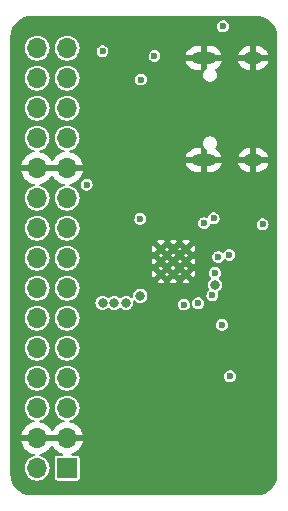
<source format=gbr>
%TF.GenerationSoftware,KiCad,Pcbnew,6.0.1-79c1e3a40b~116~ubuntu20.04.1*%
%TF.CreationDate,2022-02-18T15:29:32+02:00*%
%TF.ProjectId,colorlight-usb-phy-pmod,636f6c6f-726c-4696-9768-742d7573622d,rev?*%
%TF.SameCoordinates,Original*%
%TF.FileFunction,Copper,L2,Inr*%
%TF.FilePolarity,Positive*%
%FSLAX46Y46*%
G04 Gerber Fmt 4.6, Leading zero omitted, Abs format (unit mm)*
G04 Created by KiCad (PCBNEW 6.0.1-79c1e3a40b~116~ubuntu20.04.1) date 2022-02-18 15:29:32*
%MOMM*%
%LPD*%
G01*
G04 APERTURE LIST*
%TA.AperFunction,ComponentPad*%
%ADD10C,0.500000*%
%TD*%
%TA.AperFunction,ComponentPad*%
%ADD11O,2.100000X1.000000*%
%TD*%
%TA.AperFunction,ComponentPad*%
%ADD12O,1.600000X1.000000*%
%TD*%
%TA.AperFunction,ComponentPad*%
%ADD13R,1.700000X1.700000*%
%TD*%
%TA.AperFunction,ComponentPad*%
%ADD14O,1.700000X1.700000*%
%TD*%
%TA.AperFunction,ViaPad*%
%ADD15C,0.600000*%
%TD*%
%TA.AperFunction,ViaPad*%
%ADD16C,0.800000*%
%TD*%
G04 APERTURE END LIST*
D10*
%TO.N,GND*%
%TO.C,U1*%
X50950000Y-105000000D03*
X52000000Y-103950000D03*
X52000000Y-106050000D03*
X53050000Y-105000000D03*
X53050000Y-103950000D03*
X53050000Y-106050000D03*
X50950000Y-103950000D03*
X50950000Y-106050000D03*
X52000000Y-105000000D03*
%TD*%
D11*
%TO.N,GND*%
%TO.C,P1*%
X54570000Y-87780000D03*
D12*
X58750000Y-87780000D03*
D11*
X54570000Y-96420000D03*
D12*
X58750000Y-96420000D03*
%TD*%
D13*
%TO.N,+3V3*%
%TO.C,J1*%
X43000000Y-122500000D03*
D14*
X40460000Y-122500000D03*
%TO.N,GND*%
X43000000Y-119960000D03*
X40460000Y-119960000D03*
%TO.N,/D0*%
X43000000Y-117420000D03*
%TO.N,/D4*%
X40460000Y-117420000D03*
%TO.N,/D1*%
X43000000Y-114880000D03*
%TO.N,/D5*%
X40460000Y-114880000D03*
%TO.N,/D2*%
X43000000Y-112340000D03*
%TO.N,/D6*%
X40460000Y-112340000D03*
%TO.N,/D3*%
X43000000Y-109800000D03*
%TO.N,/D7*%
X40460000Y-109800000D03*
%TO.N,unconnected-(J1-Pad13)*%
X43000000Y-107260000D03*
%TO.N,unconnected-(J1-Pad14)*%
X40460000Y-107260000D03*
%TO.N,+5V*%
X43000000Y-104720000D03*
%TO.N,unconnected-(J1-Pad16)*%
X40460000Y-104720000D03*
%TO.N,unconnected-(J1-Pad17)*%
X43000000Y-102180000D03*
%TO.N,unconnected-(J1-Pad18)*%
X40460000Y-102180000D03*
%TO.N,+3V3*%
X43000000Y-99640000D03*
X40460000Y-99640000D03*
%TO.N,GND*%
X43000000Y-97100000D03*
X40460000Y-97100000D03*
%TO.N,/RST*%
X43000000Y-94560000D03*
%TO.N,/CLKOUT*%
X40460000Y-94560000D03*
%TO.N,/REFCLK*%
X43000000Y-92020000D03*
%TO.N,/NXT*%
X40460000Y-92020000D03*
%TO.N,unconnected-(J1-Pad27)*%
X43000000Y-89480000D03*
%TO.N,/DIR*%
X40460000Y-89480000D03*
%TO.N,/USR_LED*%
X43000000Y-86940000D03*
%TO.N,/STP*%
X40460000Y-86940000D03*
%TD*%
D15*
%TO.N,GND*%
X54200000Y-109750000D03*
X55100000Y-108875000D03*
X57975000Y-106975000D03*
%TO.N,+3V3*%
X56120000Y-110375000D03*
%TO.N,+1V8*%
X55539459Y-105968020D03*
X56795000Y-114725000D03*
%TO.N,GND*%
X54270000Y-115375000D03*
X54895000Y-110350000D03*
%TO.N,+3V3*%
X54600000Y-101750000D03*
X52900000Y-108650000D03*
X56200000Y-85100000D03*
X59550000Y-101850000D03*
%TO.N,/RST*%
X49200000Y-101400000D03*
X55789749Y-104624500D03*
D16*
%TO.N,/STP*%
X55500000Y-107000000D03*
D15*
%TO.N,/DIR*%
X55293979Y-107875591D03*
%TO.N,/NXT*%
X54100000Y-108550000D03*
X44650000Y-98500000D03*
D16*
%TO.N,/CLKOUT*%
X49200000Y-107900000D03*
%TO.N,/D4*%
X48000000Y-108500000D03*
%TO.N,/D5*%
X47000000Y-108500000D03*
%TO.N,/D6*%
X46000000Y-108500000D03*
D15*
%TO.N,GND*%
X57150000Y-102450000D03*
X47700000Y-96500000D03*
X45000000Y-105000000D03*
X52450000Y-88700000D03*
X50700000Y-95200000D03*
X57300000Y-99000000D03*
X49750000Y-93750000D03*
X58300000Y-113200000D03*
X47700000Y-91100000D03*
X52400000Y-95450000D03*
X51900000Y-99900000D03*
X49700000Y-90750000D03*
X53900000Y-99900000D03*
X46000000Y-93000000D03*
X52050000Y-113025000D03*
X47200000Y-88900000D03*
X56400000Y-102350000D03*
X52900000Y-99850000D03*
X56950000Y-101750000D03*
X46100000Y-119100000D03*
X48600000Y-100200000D03*
X56800000Y-105700000D03*
X51500000Y-87400000D03*
X51760000Y-91580000D03*
X52000000Y-98100000D03*
%TO.N,Net-(JP1-Pad1)*%
X56750000Y-104450000D03*
%TO.N,VBUS*%
X50400000Y-87600000D03*
%TO.N,Net-(R2-Pad1)*%
X49250000Y-89600000D03*
X55400000Y-101350000D03*
%TO.N,+5V*%
X46000000Y-87200000D03*
%TD*%
%TA.AperFunction,Conductor*%
%TO.N,GND*%
G36*
X58988227Y-84202518D02*
G01*
X58999642Y-84205143D01*
X59010517Y-84202682D01*
X59021664Y-84202702D01*
X59021664Y-84202863D01*
X59031669Y-84202076D01*
X59103759Y-84206801D01*
X59228475Y-84214975D01*
X59241302Y-84216663D01*
X59459516Y-84260068D01*
X59472016Y-84263418D01*
X59682691Y-84334933D01*
X59694653Y-84339889D01*
X59776954Y-84380475D01*
X59894180Y-84438284D01*
X59905386Y-84444753D01*
X60090385Y-84568365D01*
X60100639Y-84576233D01*
X60264819Y-84720216D01*
X60267914Y-84722930D01*
X60277069Y-84732085D01*
X60423767Y-84899361D01*
X60431635Y-84909615D01*
X60555247Y-85094614D01*
X60561716Y-85105820D01*
X60660111Y-85305346D01*
X60665067Y-85317308D01*
X60720585Y-85480857D01*
X60736581Y-85527980D01*
X60739932Y-85540484D01*
X60752123Y-85601770D01*
X60783336Y-85758691D01*
X60785025Y-85771523D01*
X60797891Y-85967816D01*
X60797101Y-85977628D01*
X60797375Y-85977628D01*
X60797355Y-85988778D01*
X60794857Y-85999642D01*
X60797317Y-86010514D01*
X60797317Y-86010516D01*
X60797559Y-86011583D01*
X60800000Y-86033432D01*
X60800000Y-122966040D01*
X60797482Y-122988227D01*
X60794857Y-122999642D01*
X60797318Y-123010517D01*
X60797298Y-123021664D01*
X60797137Y-123021664D01*
X60797924Y-123031669D01*
X60785026Y-123228469D01*
X60783337Y-123241302D01*
X60746155Y-123428231D01*
X60739933Y-123459511D01*
X60736582Y-123472016D01*
X60665067Y-123682691D01*
X60660111Y-123694654D01*
X60561716Y-123894180D01*
X60555247Y-123905386D01*
X60431635Y-124090385D01*
X60423767Y-124100639D01*
X60291003Y-124252027D01*
X60277070Y-124267914D01*
X60267915Y-124277069D01*
X60100639Y-124423767D01*
X60090385Y-124431635D01*
X59905386Y-124555247D01*
X59894180Y-124561716D01*
X59715697Y-124649734D01*
X59694654Y-124660111D01*
X59682692Y-124665067D01*
X59472016Y-124736582D01*
X59459516Y-124739932D01*
X59241302Y-124783337D01*
X59228477Y-124785025D01*
X59032181Y-124797891D01*
X59022372Y-124797101D01*
X59022372Y-124797375D01*
X59011222Y-124797355D01*
X59000358Y-124794857D01*
X58989486Y-124797317D01*
X58989484Y-124797317D01*
X58988417Y-124797559D01*
X58966568Y-124800000D01*
X40033960Y-124800000D01*
X40011773Y-124797482D01*
X40000358Y-124794857D01*
X39989483Y-124797318D01*
X39978336Y-124797298D01*
X39978336Y-124797137D01*
X39968331Y-124797924D01*
X39896241Y-124793199D01*
X39771525Y-124785025D01*
X39758698Y-124783337D01*
X39540484Y-124739932D01*
X39527984Y-124736582D01*
X39317308Y-124665067D01*
X39305346Y-124660111D01*
X39284304Y-124649734D01*
X39105820Y-124561716D01*
X39094614Y-124555247D01*
X38909615Y-124431635D01*
X38899361Y-124423767D01*
X38732085Y-124277069D01*
X38722930Y-124267914D01*
X38708997Y-124252027D01*
X38576233Y-124100639D01*
X38568365Y-124090385D01*
X38444753Y-123905386D01*
X38438284Y-123894180D01*
X38339889Y-123694654D01*
X38334933Y-123682691D01*
X38263418Y-123472016D01*
X38260067Y-123459511D01*
X38253845Y-123428231D01*
X38216663Y-123241302D01*
X38214974Y-123228470D01*
X38207350Y-123112138D01*
X38202109Y-123032181D01*
X38202899Y-123022372D01*
X38202625Y-123022372D01*
X38202645Y-123011222D01*
X38205143Y-123000358D01*
X38202683Y-122989486D01*
X38202683Y-122989484D01*
X38202441Y-122988417D01*
X38200000Y-122966568D01*
X38200000Y-120227014D01*
X39128043Y-120227014D01*
X39158807Y-120363524D01*
X39161231Y-120371258D01*
X39242183Y-120570620D01*
X39245840Y-120577860D01*
X39358266Y-120761322D01*
X39363056Y-120767867D01*
X39503935Y-120930502D01*
X39509729Y-120936176D01*
X39675292Y-121073629D01*
X39681921Y-121078270D01*
X39867713Y-121186838D01*
X39875008Y-121190334D01*
X40076038Y-121267099D01*
X40083808Y-121269357D01*
X40187991Y-121290553D01*
X40241244Y-121320682D01*
X40266618Y-121376359D01*
X40254419Y-121436316D01*
X40209309Y-121477652D01*
X40196206Y-121482538D01*
X40064572Y-121521280D01*
X40060288Y-121523519D01*
X40060287Y-121523520D01*
X40049428Y-121529197D01*
X39882002Y-121616726D01*
X39878231Y-121619758D01*
X39725220Y-121742781D01*
X39725217Y-121742783D01*
X39721447Y-121745815D01*
X39718333Y-121749526D01*
X39718332Y-121749527D01*
X39709585Y-121759952D01*
X39589024Y-121903630D01*
X39586689Y-121907878D01*
X39586688Y-121907879D01*
X39579955Y-121920126D01*
X39489776Y-122084162D01*
X39427484Y-122280532D01*
X39426944Y-122285344D01*
X39426944Y-122285345D01*
X39425865Y-122294970D01*
X39404520Y-122485262D01*
X39421759Y-122690553D01*
X39478544Y-122888586D01*
X39572712Y-123071818D01*
X39700677Y-123233270D01*
X39704357Y-123236402D01*
X39704359Y-123236404D01*
X39817017Y-123332283D01*
X39857564Y-123366791D01*
X39861787Y-123369151D01*
X39861791Y-123369154D01*
X39901342Y-123391258D01*
X40037398Y-123467297D01*
X40041996Y-123468791D01*
X40228724Y-123529463D01*
X40228726Y-123529464D01*
X40233329Y-123530959D01*
X40437894Y-123555351D01*
X40442716Y-123554980D01*
X40442719Y-123554980D01*
X40513259Y-123549552D01*
X40643300Y-123539546D01*
X40841725Y-123484145D01*
X40846038Y-123481966D01*
X40846044Y-123481964D01*
X41021289Y-123393441D01*
X41021291Y-123393440D01*
X41025610Y-123391258D01*
X41060943Y-123363653D01*
X41184135Y-123267406D01*
X41184139Y-123267402D01*
X41187951Y-123264424D01*
X41207904Y-123241309D01*
X41247313Y-123195651D01*
X41322564Y-123108472D01*
X41341231Y-123075613D01*
X41421934Y-122933550D01*
X41421935Y-122933547D01*
X41424323Y-122929344D01*
X41437882Y-122888586D01*
X41487824Y-122738454D01*
X41487824Y-122738452D01*
X41489351Y-122733863D01*
X41515171Y-122529474D01*
X41515583Y-122500000D01*
X41495480Y-122294970D01*
X41435935Y-122097749D01*
X41339218Y-121915849D01*
X41209011Y-121756200D01*
X41062639Y-121635110D01*
X41054002Y-121627965D01*
X41054000Y-121627964D01*
X41050275Y-121624882D01*
X40869055Y-121526897D01*
X40815038Y-121510176D01*
X40732061Y-121484490D01*
X40682063Y-121449220D01*
X40662346Y-121391299D01*
X40680439Y-121332850D01*
X40729432Y-121296199D01*
X40740752Y-121293081D01*
X40747202Y-121291710D01*
X40953304Y-121229876D01*
X40960852Y-121226918D01*
X41154087Y-121132253D01*
X41161046Y-121128104D01*
X41336231Y-121003148D01*
X41342412Y-120997924D01*
X41494831Y-120846035D01*
X41500088Y-120839858D01*
X41625651Y-120665119D01*
X41629823Y-120658176D01*
X41641990Y-120633557D01*
X41684723Y-120589767D01*
X41745033Y-120579458D01*
X41799885Y-120606568D01*
X41815153Y-120625694D01*
X41898266Y-120761322D01*
X41903056Y-120767867D01*
X42043935Y-120930502D01*
X42049729Y-120936176D01*
X42215292Y-121073629D01*
X42221921Y-121078270D01*
X42407713Y-121186838D01*
X42415008Y-121190334D01*
X42592246Y-121258014D01*
X42639863Y-121296436D01*
X42655802Y-121355509D01*
X42633975Y-121412668D01*
X42582719Y-121446082D01*
X42556929Y-121449500D01*
X42130252Y-121449500D01*
X42104005Y-121454721D01*
X42081334Y-121459230D01*
X42081332Y-121459231D01*
X42071769Y-121461133D01*
X42005448Y-121505448D01*
X41961133Y-121571769D01*
X41949500Y-121630252D01*
X41949500Y-123369748D01*
X41961133Y-123428231D01*
X42005448Y-123494552D01*
X42071769Y-123538867D01*
X42081332Y-123540769D01*
X42081334Y-123540770D01*
X42104005Y-123545279D01*
X42130252Y-123550500D01*
X43869748Y-123550500D01*
X43895995Y-123545279D01*
X43918666Y-123540770D01*
X43918668Y-123540769D01*
X43928231Y-123538867D01*
X43994552Y-123494552D01*
X44038867Y-123428231D01*
X44050500Y-123369748D01*
X44050500Y-121630252D01*
X44038867Y-121571769D01*
X43994552Y-121505448D01*
X43928231Y-121461133D01*
X43918668Y-121459231D01*
X43918666Y-121459230D01*
X43895995Y-121454721D01*
X43869748Y-121449500D01*
X43435758Y-121449500D01*
X43377567Y-121430593D01*
X43341603Y-121381093D01*
X43341603Y-121319907D01*
X43377567Y-121270407D01*
X43407309Y-121255676D01*
X43493304Y-121229876D01*
X43500852Y-121226918D01*
X43694087Y-121132253D01*
X43701046Y-121128104D01*
X43876231Y-121003148D01*
X43882412Y-120997924D01*
X44034831Y-120846035D01*
X44040088Y-120839858D01*
X44165651Y-120665119D01*
X44169823Y-120658176D01*
X44265164Y-120465268D01*
X44268144Y-120457744D01*
X44330701Y-120251843D01*
X44332410Y-120243938D01*
X44334304Y-120229547D01*
X44331873Y-120216431D01*
X44330571Y-120215195D01*
X44325290Y-120214000D01*
X39140790Y-120214000D01*
X39128460Y-120218006D01*
X39128043Y-120227014D01*
X38200000Y-120227014D01*
X38200000Y-119695384D01*
X39124056Y-119695384D01*
X39125756Y-119703462D01*
X39127566Y-119705098D01*
X39131792Y-119706000D01*
X44320779Y-119706000D01*
X44332730Y-119702117D01*
X44333058Y-119692462D01*
X44290946Y-119524809D01*
X44288333Y-119517133D01*
X44202534Y-119319807D01*
X44198701Y-119312660D01*
X44081826Y-119131997D01*
X44076880Y-119125575D01*
X43932065Y-118966426D01*
X43926139Y-118960899D01*
X43757269Y-118827534D01*
X43750525Y-118823054D01*
X43562141Y-118719060D01*
X43554749Y-118715738D01*
X43351920Y-118643912D01*
X43344081Y-118641841D01*
X43274589Y-118629463D01*
X43220616Y-118600644D01*
X43193890Y-118545605D01*
X43204619Y-118485367D01*
X43248706Y-118442941D01*
X43265327Y-118436644D01*
X43309867Y-118424208D01*
X43381725Y-118404145D01*
X43386038Y-118401966D01*
X43386044Y-118401964D01*
X43561289Y-118313441D01*
X43561291Y-118313440D01*
X43565610Y-118311258D01*
X43600943Y-118283653D01*
X43724135Y-118187406D01*
X43724139Y-118187402D01*
X43727951Y-118184424D01*
X43862564Y-118028472D01*
X43881231Y-117995613D01*
X43961934Y-117853550D01*
X43961935Y-117853547D01*
X43964323Y-117849344D01*
X43977882Y-117808586D01*
X44027824Y-117658454D01*
X44027824Y-117658452D01*
X44029351Y-117653863D01*
X44055171Y-117449474D01*
X44055583Y-117420000D01*
X44035480Y-117214970D01*
X43975935Y-117017749D01*
X43879218Y-116835849D01*
X43749011Y-116676200D01*
X43590275Y-116544882D01*
X43409055Y-116446897D01*
X43345855Y-116427333D01*
X43216875Y-116387407D01*
X43216871Y-116387406D01*
X43212254Y-116385977D01*
X43207446Y-116385472D01*
X43207443Y-116385471D01*
X43012185Y-116364949D01*
X43012183Y-116364949D01*
X43007369Y-116364443D01*
X42947354Y-116369905D01*
X42807022Y-116382675D01*
X42807017Y-116382676D01*
X42802203Y-116383114D01*
X42604572Y-116441280D01*
X42600288Y-116443519D01*
X42600287Y-116443520D01*
X42589428Y-116449197D01*
X42422002Y-116536726D01*
X42418231Y-116539758D01*
X42265220Y-116662781D01*
X42265217Y-116662783D01*
X42261447Y-116665815D01*
X42258333Y-116669526D01*
X42258332Y-116669527D01*
X42249585Y-116679952D01*
X42129024Y-116823630D01*
X42126689Y-116827878D01*
X42126688Y-116827879D01*
X42119955Y-116840126D01*
X42029776Y-117004162D01*
X41967484Y-117200532D01*
X41966944Y-117205344D01*
X41966944Y-117205345D01*
X41965865Y-117214970D01*
X41944520Y-117405262D01*
X41961759Y-117610553D01*
X42018544Y-117808586D01*
X42112712Y-117991818D01*
X42240677Y-118153270D01*
X42244357Y-118156402D01*
X42244359Y-118156404D01*
X42357017Y-118252283D01*
X42397564Y-118286791D01*
X42401787Y-118289151D01*
X42401791Y-118289154D01*
X42441342Y-118311258D01*
X42577398Y-118387297D01*
X42731944Y-118437512D01*
X42781444Y-118473476D01*
X42800351Y-118531667D01*
X42781444Y-118589858D01*
X42731944Y-118625822D01*
X42716327Y-118629528D01*
X42688226Y-118633828D01*
X42680341Y-118635707D01*
X42475807Y-118702558D01*
X42468350Y-118705693D01*
X42277479Y-118805054D01*
X42270627Y-118809369D01*
X42098544Y-118938573D01*
X42092491Y-118943947D01*
X41943830Y-119099513D01*
X41938727Y-119105814D01*
X41817466Y-119283575D01*
X41815023Y-119287876D01*
X41769841Y-119329134D01*
X41709037Y-119335954D01*
X41655836Y-119305732D01*
X41645821Y-119292750D01*
X41541826Y-119131997D01*
X41536880Y-119125575D01*
X41392065Y-118966426D01*
X41386139Y-118960899D01*
X41217269Y-118827534D01*
X41210525Y-118823054D01*
X41022141Y-118719060D01*
X41014749Y-118715738D01*
X40811920Y-118643912D01*
X40804081Y-118641841D01*
X40734589Y-118629463D01*
X40680616Y-118600644D01*
X40653890Y-118545605D01*
X40664619Y-118485367D01*
X40708706Y-118442941D01*
X40725327Y-118436644D01*
X40769867Y-118424208D01*
X40841725Y-118404145D01*
X40846038Y-118401966D01*
X40846044Y-118401964D01*
X41021289Y-118313441D01*
X41021291Y-118313440D01*
X41025610Y-118311258D01*
X41060943Y-118283653D01*
X41184135Y-118187406D01*
X41184139Y-118187402D01*
X41187951Y-118184424D01*
X41322564Y-118028472D01*
X41341231Y-117995613D01*
X41421934Y-117853550D01*
X41421935Y-117853547D01*
X41424323Y-117849344D01*
X41437882Y-117808586D01*
X41487824Y-117658454D01*
X41487824Y-117658452D01*
X41489351Y-117653863D01*
X41515171Y-117449474D01*
X41515583Y-117420000D01*
X41495480Y-117214970D01*
X41435935Y-117017749D01*
X41339218Y-116835849D01*
X41209011Y-116676200D01*
X41050275Y-116544882D01*
X40869055Y-116446897D01*
X40805855Y-116427333D01*
X40676875Y-116387407D01*
X40676871Y-116387406D01*
X40672254Y-116385977D01*
X40667446Y-116385472D01*
X40667443Y-116385471D01*
X40472185Y-116364949D01*
X40472183Y-116364949D01*
X40467369Y-116364443D01*
X40407354Y-116369905D01*
X40267022Y-116382675D01*
X40267017Y-116382676D01*
X40262203Y-116383114D01*
X40064572Y-116441280D01*
X40060288Y-116443519D01*
X40060287Y-116443520D01*
X40049428Y-116449197D01*
X39882002Y-116536726D01*
X39878231Y-116539758D01*
X39725220Y-116662781D01*
X39725217Y-116662783D01*
X39721447Y-116665815D01*
X39718333Y-116669526D01*
X39718332Y-116669527D01*
X39709585Y-116679952D01*
X39589024Y-116823630D01*
X39586689Y-116827878D01*
X39586688Y-116827879D01*
X39579955Y-116840126D01*
X39489776Y-117004162D01*
X39427484Y-117200532D01*
X39426944Y-117205344D01*
X39426944Y-117205345D01*
X39425865Y-117214970D01*
X39404520Y-117405262D01*
X39421759Y-117610553D01*
X39478544Y-117808586D01*
X39572712Y-117991818D01*
X39700677Y-118153270D01*
X39704357Y-118156402D01*
X39704359Y-118156404D01*
X39817017Y-118252283D01*
X39857564Y-118286791D01*
X39861787Y-118289151D01*
X39861791Y-118289154D01*
X39901342Y-118311258D01*
X40037398Y-118387297D01*
X40191944Y-118437512D01*
X40241444Y-118473476D01*
X40260351Y-118531667D01*
X40241444Y-118589858D01*
X40191944Y-118625822D01*
X40176327Y-118629528D01*
X40148226Y-118633828D01*
X40140341Y-118635707D01*
X39935807Y-118702558D01*
X39928350Y-118705693D01*
X39737479Y-118805054D01*
X39730627Y-118809369D01*
X39558544Y-118938573D01*
X39552491Y-118943947D01*
X39403830Y-119099513D01*
X39398727Y-119105814D01*
X39277466Y-119283575D01*
X39273468Y-119290613D01*
X39182871Y-119485790D01*
X39180073Y-119493394D01*
X39124056Y-119695384D01*
X38200000Y-119695384D01*
X38200000Y-114865262D01*
X39404520Y-114865262D01*
X39408000Y-114906699D01*
X39416925Y-115012982D01*
X39421759Y-115070553D01*
X39423092Y-115075201D01*
X39423092Y-115075202D01*
X39466022Y-115224915D01*
X39478544Y-115268586D01*
X39572712Y-115451818D01*
X39700677Y-115613270D01*
X39704357Y-115616402D01*
X39704359Y-115616404D01*
X39817017Y-115712283D01*
X39857564Y-115746791D01*
X39861787Y-115749151D01*
X39861791Y-115749154D01*
X39901342Y-115771258D01*
X40037398Y-115847297D01*
X40041996Y-115848791D01*
X40228724Y-115909463D01*
X40228726Y-115909464D01*
X40233329Y-115910959D01*
X40437894Y-115935351D01*
X40442716Y-115934980D01*
X40442719Y-115934980D01*
X40510541Y-115929761D01*
X40643300Y-115919546D01*
X40841725Y-115864145D01*
X40846038Y-115861966D01*
X40846044Y-115861964D01*
X41021289Y-115773441D01*
X41021291Y-115773440D01*
X41025610Y-115771258D01*
X41060943Y-115743653D01*
X41184135Y-115647406D01*
X41184139Y-115647402D01*
X41187951Y-115644424D01*
X41322564Y-115488472D01*
X41341231Y-115455613D01*
X41421934Y-115313550D01*
X41421935Y-115313547D01*
X41424323Y-115309344D01*
X41437882Y-115268586D01*
X41487824Y-115118454D01*
X41487824Y-115118452D01*
X41489351Y-115113863D01*
X41490363Y-115105857D01*
X41514823Y-114912228D01*
X41515171Y-114909474D01*
X41515583Y-114880000D01*
X41514138Y-114865262D01*
X41944520Y-114865262D01*
X41948000Y-114906699D01*
X41956925Y-115012982D01*
X41961759Y-115070553D01*
X41963092Y-115075201D01*
X41963092Y-115075202D01*
X42006022Y-115224915D01*
X42018544Y-115268586D01*
X42112712Y-115451818D01*
X42240677Y-115613270D01*
X42244357Y-115616402D01*
X42244359Y-115616404D01*
X42357017Y-115712283D01*
X42397564Y-115746791D01*
X42401787Y-115749151D01*
X42401791Y-115749154D01*
X42441342Y-115771258D01*
X42577398Y-115847297D01*
X42581996Y-115848791D01*
X42768724Y-115909463D01*
X42768726Y-115909464D01*
X42773329Y-115910959D01*
X42977894Y-115935351D01*
X42982716Y-115934980D01*
X42982719Y-115934980D01*
X43050541Y-115929761D01*
X43183300Y-115919546D01*
X43381725Y-115864145D01*
X43386038Y-115861966D01*
X43386044Y-115861964D01*
X43561289Y-115773441D01*
X43561291Y-115773440D01*
X43565610Y-115771258D01*
X43600943Y-115743653D01*
X43724135Y-115647406D01*
X43724139Y-115647402D01*
X43727951Y-115644424D01*
X43862564Y-115488472D01*
X43881231Y-115455613D01*
X43961934Y-115313550D01*
X43961935Y-115313547D01*
X43964323Y-115309344D01*
X43977882Y-115268586D01*
X44027824Y-115118454D01*
X44027824Y-115118452D01*
X44029351Y-115113863D01*
X44030363Y-115105857D01*
X44054823Y-114912228D01*
X44055171Y-114909474D01*
X44055583Y-114880000D01*
X44053032Y-114853982D01*
X44039780Y-114718823D01*
X56289391Y-114718823D01*
X56290306Y-114725820D01*
X56290306Y-114725821D01*
X56291814Y-114737354D01*
X56307980Y-114860979D01*
X56310821Y-114867435D01*
X56310821Y-114867436D01*
X56318586Y-114885082D01*
X56365720Y-114992203D01*
X56378792Y-115007754D01*
X56453431Y-115096549D01*
X56453434Y-115096551D01*
X56457970Y-115101948D01*
X56463841Y-115105856D01*
X56463842Y-115105857D01*
X56468654Y-115109060D01*
X56577313Y-115181390D01*
X56677920Y-115212821D01*
X56707425Y-115222039D01*
X56707426Y-115222039D01*
X56714157Y-115224142D01*
X56785828Y-115225456D01*
X56850445Y-115226641D01*
X56850447Y-115226641D01*
X56857499Y-115226770D01*
X56864302Y-115224915D01*
X56864304Y-115224915D01*
X56939503Y-115204413D01*
X56995817Y-115189060D01*
X57117991Y-115114045D01*
X57125403Y-115105857D01*
X57209468Y-115012982D01*
X57214200Y-115007754D01*
X57276710Y-114878733D01*
X57278166Y-114870082D01*
X57299862Y-114741124D01*
X57299862Y-114741120D01*
X57300496Y-114737354D01*
X57300647Y-114725000D01*
X57280323Y-114583082D01*
X57232431Y-114477749D01*
X57223905Y-114458996D01*
X57223904Y-114458995D01*
X57220984Y-114452572D01*
X57127400Y-114343963D01*
X57007095Y-114265985D01*
X56869739Y-114224907D01*
X56786497Y-114224398D01*
X56733427Y-114224074D01*
X56733426Y-114224074D01*
X56726376Y-114224031D01*
X56719599Y-114225968D01*
X56719598Y-114225968D01*
X56595309Y-114261490D01*
X56595307Y-114261491D01*
X56588529Y-114263428D01*
X56467280Y-114339930D01*
X56462613Y-114345214D01*
X56462611Y-114345216D01*
X56377044Y-114442103D01*
X56377042Y-114442105D01*
X56372377Y-114447388D01*
X56369381Y-114453770D01*
X56369380Y-114453771D01*
X56358122Y-114477749D01*
X56311447Y-114577163D01*
X56289391Y-114718823D01*
X44039780Y-114718823D01*
X44035952Y-114679780D01*
X44035951Y-114679776D01*
X44035480Y-114674970D01*
X43975935Y-114477749D01*
X43879218Y-114295849D01*
X43749011Y-114136200D01*
X43590275Y-114004882D01*
X43409055Y-113906897D01*
X43345855Y-113887333D01*
X43216875Y-113847407D01*
X43216871Y-113847406D01*
X43212254Y-113845977D01*
X43207446Y-113845472D01*
X43207443Y-113845471D01*
X43012185Y-113824949D01*
X43012183Y-113824949D01*
X43007369Y-113824443D01*
X42947354Y-113829905D01*
X42807022Y-113842675D01*
X42807017Y-113842676D01*
X42802203Y-113843114D01*
X42604572Y-113901280D01*
X42600288Y-113903519D01*
X42600287Y-113903520D01*
X42589428Y-113909197D01*
X42422002Y-113996726D01*
X42418231Y-113999758D01*
X42265220Y-114122781D01*
X42265217Y-114122783D01*
X42261447Y-114125815D01*
X42258333Y-114129526D01*
X42258332Y-114129527D01*
X42145976Y-114263428D01*
X42129024Y-114283630D01*
X42126689Y-114287878D01*
X42126688Y-114287879D01*
X42119955Y-114300126D01*
X42029776Y-114464162D01*
X41967484Y-114660532D01*
X41966944Y-114665344D01*
X41966944Y-114665345D01*
X41959296Y-114733533D01*
X41944520Y-114865262D01*
X41514138Y-114865262D01*
X41513032Y-114853982D01*
X41495952Y-114679780D01*
X41495951Y-114679776D01*
X41495480Y-114674970D01*
X41435935Y-114477749D01*
X41339218Y-114295849D01*
X41209011Y-114136200D01*
X41050275Y-114004882D01*
X40869055Y-113906897D01*
X40805855Y-113887333D01*
X40676875Y-113847407D01*
X40676871Y-113847406D01*
X40672254Y-113845977D01*
X40667446Y-113845472D01*
X40667443Y-113845471D01*
X40472185Y-113824949D01*
X40472183Y-113824949D01*
X40467369Y-113824443D01*
X40407354Y-113829905D01*
X40267022Y-113842675D01*
X40267017Y-113842676D01*
X40262203Y-113843114D01*
X40064572Y-113901280D01*
X40060288Y-113903519D01*
X40060287Y-113903520D01*
X40049428Y-113909197D01*
X39882002Y-113996726D01*
X39878231Y-113999758D01*
X39725220Y-114122781D01*
X39725217Y-114122783D01*
X39721447Y-114125815D01*
X39718333Y-114129526D01*
X39718332Y-114129527D01*
X39605976Y-114263428D01*
X39589024Y-114283630D01*
X39586689Y-114287878D01*
X39586688Y-114287879D01*
X39579955Y-114300126D01*
X39489776Y-114464162D01*
X39427484Y-114660532D01*
X39426944Y-114665344D01*
X39426944Y-114665345D01*
X39419296Y-114733533D01*
X39404520Y-114865262D01*
X38200000Y-114865262D01*
X38200000Y-112325262D01*
X39404520Y-112325262D01*
X39421759Y-112530553D01*
X39478544Y-112728586D01*
X39572712Y-112911818D01*
X39700677Y-113073270D01*
X39704357Y-113076402D01*
X39704359Y-113076404D01*
X39817017Y-113172283D01*
X39857564Y-113206791D01*
X39861787Y-113209151D01*
X39861791Y-113209154D01*
X39901342Y-113231258D01*
X40037398Y-113307297D01*
X40041996Y-113308791D01*
X40228724Y-113369463D01*
X40228726Y-113369464D01*
X40233329Y-113370959D01*
X40437894Y-113395351D01*
X40442716Y-113394980D01*
X40442719Y-113394980D01*
X40510541Y-113389761D01*
X40643300Y-113379546D01*
X40841725Y-113324145D01*
X40846038Y-113321966D01*
X40846044Y-113321964D01*
X41021289Y-113233441D01*
X41021291Y-113233440D01*
X41025610Y-113231258D01*
X41060943Y-113203653D01*
X41184135Y-113107406D01*
X41184139Y-113107402D01*
X41187951Y-113104424D01*
X41322564Y-112948472D01*
X41341231Y-112915613D01*
X41421934Y-112773550D01*
X41421935Y-112773547D01*
X41424323Y-112769344D01*
X41437882Y-112728586D01*
X41487824Y-112578454D01*
X41487824Y-112578452D01*
X41489351Y-112573863D01*
X41515171Y-112369474D01*
X41515583Y-112340000D01*
X41514138Y-112325262D01*
X41944520Y-112325262D01*
X41961759Y-112530553D01*
X42018544Y-112728586D01*
X42112712Y-112911818D01*
X42240677Y-113073270D01*
X42244357Y-113076402D01*
X42244359Y-113076404D01*
X42357017Y-113172283D01*
X42397564Y-113206791D01*
X42401787Y-113209151D01*
X42401791Y-113209154D01*
X42441342Y-113231258D01*
X42577398Y-113307297D01*
X42581996Y-113308791D01*
X42768724Y-113369463D01*
X42768726Y-113369464D01*
X42773329Y-113370959D01*
X42977894Y-113395351D01*
X42982716Y-113394980D01*
X42982719Y-113394980D01*
X43050541Y-113389761D01*
X43183300Y-113379546D01*
X43381725Y-113324145D01*
X43386038Y-113321966D01*
X43386044Y-113321964D01*
X43561289Y-113233441D01*
X43561291Y-113233440D01*
X43565610Y-113231258D01*
X43600943Y-113203653D01*
X43724135Y-113107406D01*
X43724139Y-113107402D01*
X43727951Y-113104424D01*
X43862564Y-112948472D01*
X43881231Y-112915613D01*
X43961934Y-112773550D01*
X43961935Y-112773547D01*
X43964323Y-112769344D01*
X43977882Y-112728586D01*
X44027824Y-112578454D01*
X44027824Y-112578452D01*
X44029351Y-112573863D01*
X44055171Y-112369474D01*
X44055583Y-112340000D01*
X44035480Y-112134970D01*
X43975935Y-111937749D01*
X43879218Y-111755849D01*
X43749011Y-111596200D01*
X43590275Y-111464882D01*
X43409055Y-111366897D01*
X43345855Y-111347333D01*
X43216875Y-111307407D01*
X43216871Y-111307406D01*
X43212254Y-111305977D01*
X43207446Y-111305472D01*
X43207443Y-111305471D01*
X43012185Y-111284949D01*
X43012183Y-111284949D01*
X43007369Y-111284443D01*
X42947354Y-111289905D01*
X42807022Y-111302675D01*
X42807017Y-111302676D01*
X42802203Y-111303114D01*
X42604572Y-111361280D01*
X42600288Y-111363519D01*
X42600287Y-111363520D01*
X42589428Y-111369197D01*
X42422002Y-111456726D01*
X42418231Y-111459758D01*
X42265220Y-111582781D01*
X42265217Y-111582783D01*
X42261447Y-111585815D01*
X42258333Y-111589526D01*
X42258332Y-111589527D01*
X42249585Y-111599952D01*
X42129024Y-111743630D01*
X42126689Y-111747878D01*
X42126688Y-111747879D01*
X42119955Y-111760126D01*
X42029776Y-111924162D01*
X41967484Y-112120532D01*
X41966944Y-112125344D01*
X41966944Y-112125345D01*
X41965865Y-112134970D01*
X41944520Y-112325262D01*
X41514138Y-112325262D01*
X41495480Y-112134970D01*
X41435935Y-111937749D01*
X41339218Y-111755849D01*
X41209011Y-111596200D01*
X41050275Y-111464882D01*
X40869055Y-111366897D01*
X40805855Y-111347333D01*
X40676875Y-111307407D01*
X40676871Y-111307406D01*
X40672254Y-111305977D01*
X40667446Y-111305472D01*
X40667443Y-111305471D01*
X40472185Y-111284949D01*
X40472183Y-111284949D01*
X40467369Y-111284443D01*
X40407354Y-111289905D01*
X40267022Y-111302675D01*
X40267017Y-111302676D01*
X40262203Y-111303114D01*
X40064572Y-111361280D01*
X40060288Y-111363519D01*
X40060287Y-111363520D01*
X40049428Y-111369197D01*
X39882002Y-111456726D01*
X39878231Y-111459758D01*
X39725220Y-111582781D01*
X39725217Y-111582783D01*
X39721447Y-111585815D01*
X39718333Y-111589526D01*
X39718332Y-111589527D01*
X39709585Y-111599952D01*
X39589024Y-111743630D01*
X39586689Y-111747878D01*
X39586688Y-111747879D01*
X39579955Y-111760126D01*
X39489776Y-111924162D01*
X39427484Y-112120532D01*
X39426944Y-112125344D01*
X39426944Y-112125345D01*
X39425865Y-112134970D01*
X39404520Y-112325262D01*
X38200000Y-112325262D01*
X38200000Y-109785262D01*
X39404520Y-109785262D01*
X39404925Y-109790082D01*
X39415820Y-109919823D01*
X39421759Y-109990553D01*
X39423092Y-109995201D01*
X39423092Y-109995202D01*
X39454224Y-110103771D01*
X39478544Y-110188586D01*
X39572712Y-110371818D01*
X39700677Y-110533270D01*
X39704357Y-110536402D01*
X39704359Y-110536404D01*
X39817017Y-110632283D01*
X39857564Y-110666791D01*
X39861787Y-110669151D01*
X39861791Y-110669154D01*
X39901342Y-110691258D01*
X40037398Y-110767297D01*
X40041996Y-110768791D01*
X40228724Y-110829463D01*
X40228726Y-110829464D01*
X40233329Y-110830959D01*
X40437894Y-110855351D01*
X40442716Y-110854980D01*
X40442719Y-110854980D01*
X40510541Y-110849761D01*
X40643300Y-110839546D01*
X40841725Y-110784145D01*
X40846038Y-110781966D01*
X40846044Y-110781964D01*
X41021289Y-110693441D01*
X41021291Y-110693440D01*
X41025610Y-110691258D01*
X41061802Y-110662982D01*
X41184135Y-110567406D01*
X41184139Y-110567402D01*
X41187951Y-110564424D01*
X41218759Y-110528733D01*
X41247313Y-110495651D01*
X41322564Y-110408472D01*
X41334561Y-110387354D01*
X41421934Y-110233550D01*
X41421935Y-110233547D01*
X41424323Y-110229344D01*
X41427174Y-110220776D01*
X41487824Y-110038454D01*
X41487824Y-110038452D01*
X41489351Y-110033863D01*
X41493717Y-109999307D01*
X41514823Y-109832228D01*
X41515171Y-109829474D01*
X41515583Y-109800000D01*
X41514138Y-109785262D01*
X41944520Y-109785262D01*
X41944925Y-109790082D01*
X41955820Y-109919823D01*
X41961759Y-109990553D01*
X41963092Y-109995201D01*
X41963092Y-109995202D01*
X41994224Y-110103771D01*
X42018544Y-110188586D01*
X42112712Y-110371818D01*
X42240677Y-110533270D01*
X42244357Y-110536402D01*
X42244359Y-110536404D01*
X42357017Y-110632283D01*
X42397564Y-110666791D01*
X42401787Y-110669151D01*
X42401791Y-110669154D01*
X42441342Y-110691258D01*
X42577398Y-110767297D01*
X42581996Y-110768791D01*
X42768724Y-110829463D01*
X42768726Y-110829464D01*
X42773329Y-110830959D01*
X42977894Y-110855351D01*
X42982716Y-110854980D01*
X42982719Y-110854980D01*
X43050541Y-110849761D01*
X43183300Y-110839546D01*
X43381725Y-110784145D01*
X43386038Y-110781966D01*
X43386044Y-110781964D01*
X43561289Y-110693441D01*
X43561291Y-110693440D01*
X43565610Y-110691258D01*
X43601802Y-110662982D01*
X43724135Y-110567406D01*
X43724139Y-110567402D01*
X43727951Y-110564424D01*
X43758759Y-110528733D01*
X43787313Y-110495651D01*
X43862564Y-110408472D01*
X43874561Y-110387354D01*
X43885088Y-110368823D01*
X55614391Y-110368823D01*
X55615306Y-110375820D01*
X55615306Y-110375821D01*
X55616814Y-110387354D01*
X55632980Y-110510979D01*
X55635821Y-110517435D01*
X55635821Y-110517436D01*
X55643586Y-110535082D01*
X55690720Y-110642203D01*
X55713375Y-110669154D01*
X55778431Y-110746549D01*
X55778434Y-110746551D01*
X55782970Y-110751948D01*
X55788841Y-110755856D01*
X55788842Y-110755857D01*
X55801143Y-110764045D01*
X55902313Y-110831390D01*
X56002920Y-110862821D01*
X56032425Y-110872039D01*
X56032426Y-110872039D01*
X56039157Y-110874142D01*
X56110828Y-110875456D01*
X56175445Y-110876641D01*
X56175447Y-110876641D01*
X56182499Y-110876770D01*
X56189302Y-110874915D01*
X56189304Y-110874915D01*
X56264503Y-110854413D01*
X56320817Y-110839060D01*
X56442991Y-110764045D01*
X56450403Y-110755857D01*
X56534468Y-110662982D01*
X56539200Y-110657754D01*
X56601710Y-110528733D01*
X56605875Y-110503982D01*
X56624862Y-110391124D01*
X56624862Y-110391120D01*
X56625496Y-110387354D01*
X56625647Y-110375000D01*
X56605323Y-110233082D01*
X56545984Y-110102572D01*
X56452400Y-109993963D01*
X56332095Y-109915985D01*
X56194739Y-109874907D01*
X56111497Y-109874398D01*
X56058427Y-109874074D01*
X56058426Y-109874074D01*
X56051376Y-109874031D01*
X56044599Y-109875968D01*
X56044598Y-109875968D01*
X55920309Y-109911490D01*
X55920307Y-109911491D01*
X55913529Y-109913428D01*
X55792280Y-109989930D01*
X55787613Y-109995214D01*
X55787611Y-109995216D01*
X55702044Y-110092103D01*
X55702042Y-110092105D01*
X55697377Y-110097388D01*
X55636447Y-110227163D01*
X55614391Y-110368823D01*
X43885088Y-110368823D01*
X43961934Y-110233550D01*
X43961935Y-110233547D01*
X43964323Y-110229344D01*
X43967174Y-110220776D01*
X44027824Y-110038454D01*
X44027824Y-110038452D01*
X44029351Y-110033863D01*
X44033717Y-109999307D01*
X44054823Y-109832228D01*
X44055171Y-109829474D01*
X44055583Y-109800000D01*
X44035480Y-109594970D01*
X43975935Y-109397749D01*
X43879218Y-109215849D01*
X43749011Y-109056200D01*
X43713737Y-109027019D01*
X43594002Y-108927965D01*
X43594000Y-108927964D01*
X43590275Y-108924882D01*
X43478123Y-108864242D01*
X43413309Y-108829197D01*
X43413308Y-108829197D01*
X43409055Y-108826897D01*
X43311976Y-108796846D01*
X43216875Y-108767407D01*
X43216871Y-108767406D01*
X43212254Y-108765977D01*
X43207446Y-108765472D01*
X43207443Y-108765471D01*
X43012185Y-108744949D01*
X43012183Y-108744949D01*
X43007369Y-108744443D01*
X42947354Y-108749905D01*
X42807022Y-108762675D01*
X42807017Y-108762676D01*
X42802203Y-108763114D01*
X42604572Y-108821280D01*
X42600288Y-108823519D01*
X42600287Y-108823520D01*
X42589428Y-108829197D01*
X42422002Y-108916726D01*
X42418231Y-108919758D01*
X42265220Y-109042781D01*
X42265217Y-109042783D01*
X42261447Y-109045815D01*
X42258333Y-109049526D01*
X42258332Y-109049527D01*
X42176510Y-109147039D01*
X42129024Y-109203630D01*
X42126689Y-109207878D01*
X42126688Y-109207879D01*
X42119955Y-109220126D01*
X42029776Y-109384162D01*
X41967484Y-109580532D01*
X41966944Y-109585344D01*
X41966944Y-109585345D01*
X41965865Y-109594970D01*
X41944520Y-109785262D01*
X41514138Y-109785262D01*
X41495480Y-109594970D01*
X41435935Y-109397749D01*
X41339218Y-109215849D01*
X41209011Y-109056200D01*
X41173737Y-109027019D01*
X41054002Y-108927965D01*
X41054000Y-108927964D01*
X41050275Y-108924882D01*
X40938123Y-108864242D01*
X40873309Y-108829197D01*
X40873308Y-108829197D01*
X40869055Y-108826897D01*
X40771976Y-108796846D01*
X40676875Y-108767407D01*
X40676871Y-108767406D01*
X40672254Y-108765977D01*
X40667446Y-108765472D01*
X40667443Y-108765471D01*
X40472185Y-108744949D01*
X40472183Y-108744949D01*
X40467369Y-108744443D01*
X40407354Y-108749905D01*
X40267022Y-108762675D01*
X40267017Y-108762676D01*
X40262203Y-108763114D01*
X40064572Y-108821280D01*
X40060288Y-108823519D01*
X40060287Y-108823520D01*
X40049428Y-108829197D01*
X39882002Y-108916726D01*
X39878231Y-108919758D01*
X39725220Y-109042781D01*
X39725217Y-109042783D01*
X39721447Y-109045815D01*
X39718333Y-109049526D01*
X39718332Y-109049527D01*
X39636510Y-109147039D01*
X39589024Y-109203630D01*
X39586689Y-109207878D01*
X39586688Y-109207879D01*
X39579955Y-109220126D01*
X39489776Y-109384162D01*
X39427484Y-109580532D01*
X39426944Y-109585344D01*
X39426944Y-109585345D01*
X39425865Y-109594970D01*
X39404520Y-109785262D01*
X38200000Y-109785262D01*
X38200000Y-108500000D01*
X45394318Y-108500000D01*
X45414956Y-108656762D01*
X45475464Y-108802841D01*
X45571718Y-108928282D01*
X45697159Y-109024536D01*
X45843238Y-109085044D01*
X46000000Y-109105682D01*
X46156762Y-109085044D01*
X46302841Y-109024536D01*
X46428282Y-108928282D01*
X46430852Y-108924933D01*
X46484513Y-108897592D01*
X46544945Y-108907163D01*
X46568826Y-108924513D01*
X46571718Y-108928282D01*
X46697159Y-109024536D01*
X46843238Y-109085044D01*
X47000000Y-109105682D01*
X47156762Y-109085044D01*
X47302841Y-109024536D01*
X47428282Y-108928282D01*
X47430852Y-108924933D01*
X47484513Y-108897592D01*
X47544945Y-108907163D01*
X47568826Y-108924513D01*
X47571718Y-108928282D01*
X47697159Y-109024536D01*
X47843238Y-109085044D01*
X48000000Y-109105682D01*
X48156762Y-109085044D01*
X48302841Y-109024536D01*
X48428282Y-108928282D01*
X48524536Y-108802841D01*
X48585044Y-108656762D01*
X48586747Y-108643823D01*
X52394391Y-108643823D01*
X52395306Y-108650820D01*
X52395306Y-108650821D01*
X52400748Y-108692436D01*
X52412980Y-108785979D01*
X52415821Y-108792435D01*
X52415821Y-108792436D01*
X52433562Y-108832754D01*
X52470720Y-108917203D01*
X52516845Y-108972076D01*
X52558431Y-109021549D01*
X52558434Y-109021551D01*
X52562970Y-109026948D01*
X52568841Y-109030856D01*
X52568842Y-109030857D01*
X52581143Y-109039045D01*
X52682313Y-109106390D01*
X52782920Y-109137821D01*
X52812425Y-109147039D01*
X52812426Y-109147039D01*
X52819157Y-109149142D01*
X52890828Y-109150456D01*
X52955445Y-109151641D01*
X52955447Y-109151641D01*
X52962499Y-109151770D01*
X52969302Y-109149915D01*
X52969304Y-109149915D01*
X53044503Y-109129413D01*
X53100817Y-109114060D01*
X53222991Y-109039045D01*
X53230403Y-109030857D01*
X53314468Y-108937982D01*
X53319200Y-108932754D01*
X53366650Y-108834817D01*
X53378634Y-108810082D01*
X53381710Y-108803733D01*
X53385875Y-108778982D01*
X53404862Y-108666124D01*
X53404862Y-108666120D01*
X53405496Y-108662354D01*
X53405647Y-108650000D01*
X53390441Y-108543823D01*
X53594391Y-108543823D01*
X53595306Y-108550820D01*
X53595306Y-108550821D01*
X53609159Y-108656762D01*
X53612980Y-108685979D01*
X53615821Y-108692435D01*
X53615821Y-108692436D01*
X53667587Y-108810082D01*
X53670720Y-108817203D01*
X53688187Y-108837982D01*
X53758431Y-108921549D01*
X53758434Y-108921551D01*
X53762970Y-108926948D01*
X53768841Y-108930856D01*
X53768842Y-108930857D01*
X53779546Y-108937982D01*
X53882313Y-109006390D01*
X53960629Y-109030857D01*
X54012425Y-109047039D01*
X54012426Y-109047039D01*
X54019157Y-109049142D01*
X54090828Y-109050456D01*
X54155445Y-109051641D01*
X54155447Y-109051641D01*
X54162499Y-109051770D01*
X54169302Y-109049915D01*
X54169304Y-109049915D01*
X54253284Y-109027019D01*
X54300817Y-109014060D01*
X54422991Y-108939045D01*
X54430403Y-108930857D01*
X54514468Y-108837982D01*
X54519200Y-108832754D01*
X54581710Y-108703733D01*
X54585875Y-108678982D01*
X54604862Y-108566124D01*
X54604862Y-108566120D01*
X54605496Y-108562354D01*
X54605647Y-108550000D01*
X54585323Y-108408082D01*
X54555052Y-108341505D01*
X54528905Y-108283996D01*
X54528904Y-108283995D01*
X54525984Y-108277572D01*
X54452259Y-108192010D01*
X54437005Y-108174307D01*
X54437004Y-108174306D01*
X54432400Y-108168963D01*
X54312095Y-108090985D01*
X54174739Y-108049907D01*
X54091497Y-108049398D01*
X54038427Y-108049074D01*
X54038426Y-108049074D01*
X54031376Y-108049031D01*
X54024599Y-108050968D01*
X54024598Y-108050968D01*
X53900309Y-108086490D01*
X53900307Y-108086491D01*
X53893529Y-108088428D01*
X53772280Y-108164930D01*
X53767613Y-108170214D01*
X53767611Y-108170216D01*
X53682044Y-108267103D01*
X53682042Y-108267105D01*
X53677377Y-108272388D01*
X53616447Y-108402163D01*
X53615362Y-108409132D01*
X53615361Y-108409135D01*
X53612577Y-108427019D01*
X53594391Y-108543823D01*
X53390441Y-108543823D01*
X53385323Y-108508082D01*
X53345541Y-108420585D01*
X53328905Y-108383996D01*
X53328904Y-108383995D01*
X53325984Y-108377572D01*
X53248432Y-108287569D01*
X53237005Y-108274307D01*
X53237004Y-108274306D01*
X53232400Y-108268963D01*
X53112095Y-108190985D01*
X52974739Y-108149907D01*
X52891497Y-108149398D01*
X52838427Y-108149074D01*
X52838426Y-108149074D01*
X52831376Y-108149031D01*
X52824599Y-108150968D01*
X52824598Y-108150968D01*
X52700309Y-108186490D01*
X52700307Y-108186491D01*
X52693529Y-108188428D01*
X52572280Y-108264930D01*
X52567613Y-108270214D01*
X52567611Y-108270216D01*
X52482044Y-108367103D01*
X52482042Y-108367105D01*
X52477377Y-108372388D01*
X52416447Y-108502163D01*
X52415362Y-108509132D01*
X52415361Y-108509135D01*
X52409589Y-108546209D01*
X52394391Y-108643823D01*
X48586747Y-108643823D01*
X48605682Y-108500000D01*
X48595227Y-108420585D01*
X48592232Y-108397833D01*
X48603382Y-108337672D01*
X48647765Y-108295555D01*
X48708427Y-108287569D01*
X48762197Y-108316764D01*
X48766867Y-108322232D01*
X48767764Y-108323129D01*
X48771718Y-108328282D01*
X48897159Y-108424536D01*
X49043238Y-108485044D01*
X49200000Y-108505682D01*
X49356762Y-108485044D01*
X49502841Y-108424536D01*
X49628282Y-108328282D01*
X49724536Y-108202841D01*
X49785044Y-108056762D01*
X49805682Y-107900000D01*
X49801655Y-107869414D01*
X54788370Y-107869414D01*
X54789285Y-107876411D01*
X54789285Y-107876412D01*
X54794325Y-107914956D01*
X54806959Y-108011570D01*
X54809800Y-108018026D01*
X54809800Y-108018027D01*
X54857658Y-108126791D01*
X54864699Y-108142794D01*
X54901429Y-108186490D01*
X54952410Y-108247140D01*
X54952413Y-108247142D01*
X54956949Y-108252539D01*
X54962820Y-108256447D01*
X54962821Y-108256448D01*
X54986524Y-108272226D01*
X55076292Y-108331981D01*
X55176899Y-108363412D01*
X55206404Y-108372630D01*
X55206405Y-108372630D01*
X55213136Y-108374733D01*
X55284807Y-108376047D01*
X55349424Y-108377232D01*
X55349426Y-108377232D01*
X55356478Y-108377361D01*
X55363281Y-108375506D01*
X55363283Y-108375506D01*
X55481639Y-108343238D01*
X55494796Y-108339651D01*
X55616970Y-108264636D01*
X55624382Y-108256448D01*
X55708447Y-108163573D01*
X55713179Y-108158345D01*
X55765717Y-108049907D01*
X55772613Y-108035673D01*
X55775689Y-108029324D01*
X55779854Y-108004573D01*
X55798841Y-107891715D01*
X55798841Y-107891711D01*
X55799475Y-107887945D01*
X55799626Y-107875591D01*
X55779302Y-107733673D01*
X55773707Y-107721367D01*
X55745409Y-107659127D01*
X55738536Y-107598329D01*
X55768712Y-107545103D01*
X55791441Y-107530637D01*
X55791226Y-107530264D01*
X55796846Y-107527019D01*
X55802841Y-107524536D01*
X55928282Y-107428282D01*
X56024536Y-107302841D01*
X56085044Y-107156762D01*
X56105682Y-107000000D01*
X56085044Y-106843238D01*
X56024536Y-106697159D01*
X55928282Y-106571718D01*
X55857279Y-106517236D01*
X55822624Y-106466813D01*
X55824225Y-106405649D01*
X55854308Y-106362525D01*
X55856439Y-106360756D01*
X55862450Y-106357065D01*
X55958659Y-106250774D01*
X56021169Y-106121753D01*
X56025334Y-106097002D01*
X56044321Y-105984144D01*
X56044321Y-105984140D01*
X56044955Y-105980374D01*
X56045106Y-105968020D01*
X56024782Y-105826102D01*
X55979891Y-105727369D01*
X55968364Y-105702016D01*
X55968363Y-105702015D01*
X55965443Y-105695592D01*
X55871859Y-105586983D01*
X55751554Y-105509005D01*
X55614198Y-105467927D01*
X55530956Y-105467418D01*
X55477886Y-105467094D01*
X55477885Y-105467094D01*
X55470835Y-105467051D01*
X55464058Y-105468988D01*
X55464057Y-105468988D01*
X55339768Y-105504510D01*
X55339766Y-105504511D01*
X55332988Y-105506448D01*
X55211739Y-105582950D01*
X55207072Y-105588234D01*
X55207070Y-105588236D01*
X55121503Y-105685123D01*
X55121501Y-105685125D01*
X55116836Y-105690408D01*
X55113840Y-105696790D01*
X55113839Y-105696791D01*
X55101774Y-105722489D01*
X55055906Y-105820183D01*
X55054821Y-105827152D01*
X55054820Y-105827155D01*
X55045579Y-105886509D01*
X55033850Y-105961843D01*
X55034765Y-105968840D01*
X55034765Y-105968841D01*
X55036273Y-105980374D01*
X55052439Y-106103999D01*
X55055280Y-106110455D01*
X55055280Y-106110456D01*
X55106111Y-106225977D01*
X55110179Y-106235223D01*
X55155549Y-106289197D01*
X55200443Y-106342606D01*
X55223413Y-106399316D01*
X55208662Y-106458697D01*
X55184927Y-106484850D01*
X55071718Y-106571718D01*
X54975464Y-106697159D01*
X54914956Y-106843238D01*
X54894318Y-107000000D01*
X54914956Y-107156762D01*
X54975464Y-107302841D01*
X54979413Y-107307987D01*
X54979415Y-107307991D01*
X55003435Y-107339295D01*
X55023859Y-107396971D01*
X55006481Y-107455637D01*
X54977721Y-107483289D01*
X54966259Y-107490521D01*
X54961592Y-107495805D01*
X54961590Y-107495807D01*
X54876023Y-107592694D01*
X54876021Y-107592696D01*
X54871356Y-107597979D01*
X54810426Y-107727754D01*
X54809341Y-107734723D01*
X54809340Y-107734726D01*
X54808417Y-107740657D01*
X54788370Y-107869414D01*
X49801655Y-107869414D01*
X49785044Y-107743238D01*
X49724536Y-107597159D01*
X49628282Y-107471718D01*
X49502841Y-107375464D01*
X49356762Y-107314956D01*
X49200000Y-107294318D01*
X49043238Y-107314956D01*
X48897159Y-107375464D01*
X48771718Y-107471718D01*
X48675464Y-107597159D01*
X48614956Y-107743238D01*
X48594318Y-107900000D01*
X48595165Y-107906434D01*
X48607768Y-108002167D01*
X48596618Y-108062328D01*
X48552235Y-108104445D01*
X48491573Y-108112431D01*
X48437803Y-108083236D01*
X48433133Y-108077768D01*
X48432236Y-108076871D01*
X48428282Y-108071718D01*
X48302841Y-107975464D01*
X48156762Y-107914956D01*
X48000000Y-107894318D01*
X47843238Y-107914956D01*
X47697159Y-107975464D01*
X47571718Y-108071718D01*
X47569148Y-108075067D01*
X47515487Y-108102408D01*
X47455055Y-108092837D01*
X47431174Y-108075487D01*
X47428282Y-108071718D01*
X47302841Y-107975464D01*
X47156762Y-107914956D01*
X47000000Y-107894318D01*
X46843238Y-107914956D01*
X46697159Y-107975464D01*
X46571718Y-108071718D01*
X46569148Y-108075067D01*
X46515487Y-108102408D01*
X46455055Y-108092837D01*
X46431174Y-108075487D01*
X46428282Y-108071718D01*
X46302841Y-107975464D01*
X46156762Y-107914956D01*
X46000000Y-107894318D01*
X45843238Y-107914956D01*
X45697159Y-107975464D01*
X45571718Y-108071718D01*
X45475464Y-108197159D01*
X45414956Y-108343238D01*
X45394318Y-108500000D01*
X38200000Y-108500000D01*
X38200000Y-107245262D01*
X39404520Y-107245262D01*
X39410581Y-107317440D01*
X39417260Y-107396971D01*
X39421759Y-107450553D01*
X39423092Y-107455201D01*
X39423092Y-107455202D01*
X39465517Y-107603154D01*
X39478544Y-107648586D01*
X39572712Y-107831818D01*
X39700677Y-107993270D01*
X39704357Y-107996402D01*
X39704359Y-107996404D01*
X39767175Y-108049864D01*
X39857564Y-108126791D01*
X39861787Y-108129151D01*
X39861791Y-108129154D01*
X39967850Y-108188428D01*
X40037398Y-108227297D01*
X40041996Y-108228791D01*
X40228724Y-108289463D01*
X40228726Y-108289464D01*
X40233329Y-108290959D01*
X40437894Y-108315351D01*
X40442716Y-108314980D01*
X40442719Y-108314980D01*
X40510541Y-108309761D01*
X40643300Y-108299546D01*
X40841725Y-108244145D01*
X40846038Y-108241966D01*
X40846044Y-108241964D01*
X41021289Y-108153441D01*
X41021291Y-108153440D01*
X41025610Y-108151258D01*
X41029533Y-108148193D01*
X41184135Y-108027406D01*
X41184139Y-108027402D01*
X41187951Y-108024424D01*
X41199047Y-108011570D01*
X41282440Y-107914956D01*
X41322564Y-107868472D01*
X41341231Y-107835613D01*
X41421934Y-107693550D01*
X41421935Y-107693547D01*
X41424323Y-107689344D01*
X41437882Y-107648586D01*
X41487824Y-107498454D01*
X41487824Y-107498452D01*
X41489351Y-107493863D01*
X41515171Y-107289474D01*
X41515583Y-107260000D01*
X41514138Y-107245262D01*
X41944520Y-107245262D01*
X41950581Y-107317440D01*
X41957260Y-107396971D01*
X41961759Y-107450553D01*
X41963092Y-107455201D01*
X41963092Y-107455202D01*
X42005517Y-107603154D01*
X42018544Y-107648586D01*
X42112712Y-107831818D01*
X42240677Y-107993270D01*
X42244357Y-107996402D01*
X42244359Y-107996404D01*
X42307175Y-108049864D01*
X42397564Y-108126791D01*
X42401787Y-108129151D01*
X42401791Y-108129154D01*
X42507850Y-108188428D01*
X42577398Y-108227297D01*
X42581996Y-108228791D01*
X42768724Y-108289463D01*
X42768726Y-108289464D01*
X42773329Y-108290959D01*
X42977894Y-108315351D01*
X42982716Y-108314980D01*
X42982719Y-108314980D01*
X43050541Y-108309761D01*
X43183300Y-108299546D01*
X43381725Y-108244145D01*
X43386038Y-108241966D01*
X43386044Y-108241964D01*
X43561289Y-108153441D01*
X43561291Y-108153440D01*
X43565610Y-108151258D01*
X43569533Y-108148193D01*
X43724135Y-108027406D01*
X43724139Y-108027402D01*
X43727951Y-108024424D01*
X43739047Y-108011570D01*
X43822440Y-107914956D01*
X43862564Y-107868472D01*
X43881231Y-107835613D01*
X43961934Y-107693550D01*
X43961935Y-107693547D01*
X43964323Y-107689344D01*
X43977882Y-107648586D01*
X44027824Y-107498454D01*
X44027824Y-107498452D01*
X44029351Y-107493863D01*
X44055171Y-107289474D01*
X44055583Y-107260000D01*
X44035480Y-107054970D01*
X44018884Y-107000000D01*
X43977333Y-106862380D01*
X43975935Y-106857749D01*
X43910365Y-106734428D01*
X50624102Y-106734428D01*
X50629098Y-106739424D01*
X50760274Y-106788208D01*
X50770953Y-106790871D01*
X50928539Y-106811897D01*
X50939533Y-106812128D01*
X51097872Y-106797717D01*
X51108642Y-106795507D01*
X51259849Y-106746377D01*
X51268334Y-106742527D01*
X51275424Y-106734428D01*
X51674102Y-106734428D01*
X51679098Y-106739424D01*
X51810274Y-106788208D01*
X51820953Y-106790871D01*
X51978539Y-106811897D01*
X51989533Y-106812128D01*
X52147872Y-106797717D01*
X52158642Y-106795507D01*
X52309849Y-106746377D01*
X52318334Y-106742527D01*
X52325424Y-106734428D01*
X52724102Y-106734428D01*
X52729098Y-106739424D01*
X52860274Y-106788208D01*
X52870953Y-106790871D01*
X53028539Y-106811897D01*
X53039533Y-106812128D01*
X53197872Y-106797717D01*
X53208642Y-106795507D01*
X53359849Y-106746377D01*
X53368334Y-106742527D01*
X53376192Y-106733551D01*
X53371503Y-106725056D01*
X53061086Y-106414639D01*
X53049203Y-106408585D01*
X53044172Y-106409381D01*
X52729273Y-106724280D01*
X52724102Y-106734428D01*
X52325424Y-106734428D01*
X52326192Y-106733551D01*
X52321503Y-106725056D01*
X52011086Y-106414639D01*
X51999203Y-106408585D01*
X51994172Y-106409381D01*
X51679273Y-106724280D01*
X51674102Y-106734428D01*
X51275424Y-106734428D01*
X51276192Y-106733551D01*
X51271503Y-106725056D01*
X50961086Y-106414639D01*
X50949203Y-106408585D01*
X50944172Y-106409381D01*
X50629273Y-106724280D01*
X50624102Y-106734428D01*
X43910365Y-106734428D01*
X43879218Y-106675849D01*
X43749011Y-106516200D01*
X43732790Y-106502781D01*
X43594002Y-106387965D01*
X43594000Y-106387964D01*
X43590275Y-106384882D01*
X43409055Y-106286897D01*
X43345855Y-106267333D01*
X43216875Y-106227407D01*
X43216871Y-106227406D01*
X43212254Y-106225977D01*
X43207446Y-106225472D01*
X43207443Y-106225471D01*
X43012185Y-106204949D01*
X43012183Y-106204949D01*
X43007369Y-106204443D01*
X42947354Y-106209905D01*
X42807022Y-106222675D01*
X42807017Y-106222676D01*
X42802203Y-106223114D01*
X42604572Y-106281280D01*
X42600288Y-106283519D01*
X42600287Y-106283520D01*
X42589428Y-106289197D01*
X42422002Y-106376726D01*
X42418231Y-106379758D01*
X42265220Y-106502781D01*
X42265217Y-106502783D01*
X42261447Y-106505815D01*
X42258333Y-106509526D01*
X42258332Y-106509527D01*
X42201824Y-106576871D01*
X42129024Y-106663630D01*
X42126689Y-106667878D01*
X42126688Y-106667879D01*
X42119955Y-106680126D01*
X42029776Y-106844162D01*
X41967484Y-107040532D01*
X41966944Y-107045344D01*
X41966944Y-107045345D01*
X41955169Y-107150326D01*
X41944520Y-107245262D01*
X41514138Y-107245262D01*
X41495480Y-107054970D01*
X41478884Y-107000000D01*
X41437333Y-106862380D01*
X41435935Y-106857749D01*
X41339218Y-106675849D01*
X41209011Y-106516200D01*
X41192790Y-106502781D01*
X41054002Y-106387965D01*
X41054000Y-106387964D01*
X41050275Y-106384882D01*
X40869055Y-106286897D01*
X40805855Y-106267333D01*
X40676875Y-106227407D01*
X40676871Y-106227406D01*
X40672254Y-106225977D01*
X40667446Y-106225472D01*
X40667443Y-106225471D01*
X40472185Y-106204949D01*
X40472183Y-106204949D01*
X40467369Y-106204443D01*
X40407354Y-106209905D01*
X40267022Y-106222675D01*
X40267017Y-106222676D01*
X40262203Y-106223114D01*
X40064572Y-106281280D01*
X40060288Y-106283519D01*
X40060287Y-106283520D01*
X40049428Y-106289197D01*
X39882002Y-106376726D01*
X39878231Y-106379758D01*
X39725220Y-106502781D01*
X39725217Y-106502783D01*
X39721447Y-106505815D01*
X39718333Y-106509526D01*
X39718332Y-106509527D01*
X39661824Y-106576871D01*
X39589024Y-106663630D01*
X39586689Y-106667878D01*
X39586688Y-106667879D01*
X39579955Y-106680126D01*
X39489776Y-106844162D01*
X39427484Y-107040532D01*
X39426944Y-107045344D01*
X39426944Y-107045345D01*
X39415169Y-107150326D01*
X39404520Y-107245262D01*
X38200000Y-107245262D01*
X38200000Y-106044859D01*
X50187818Y-106044859D01*
X50203333Y-106203086D01*
X50205619Y-106213843D01*
X50255804Y-106364704D01*
X50258089Y-106369650D01*
X50266150Y-106376608D01*
X50274470Y-106371977D01*
X50585361Y-106061086D01*
X50590603Y-106050797D01*
X51308585Y-106050797D01*
X51309381Y-106055828D01*
X51463914Y-106210361D01*
X51475797Y-106216415D01*
X51480828Y-106215619D01*
X51635361Y-106061086D01*
X51640603Y-106050797D01*
X52358585Y-106050797D01*
X52359381Y-106055828D01*
X52513914Y-106210361D01*
X52525797Y-106216415D01*
X52530828Y-106215619D01*
X52685361Y-106061086D01*
X52690603Y-106050797D01*
X53408585Y-106050797D01*
X53409381Y-106055828D01*
X53723904Y-106370351D01*
X53734052Y-106375522D01*
X53739188Y-106370386D01*
X53786868Y-106244868D01*
X53789601Y-106234222D01*
X53812065Y-106074384D01*
X53812542Y-106068185D01*
X53812753Y-106053117D01*
X53812449Y-106046905D01*
X53794457Y-105886509D01*
X53792018Y-105875772D01*
X53740338Y-105727369D01*
X53734521Y-105722489D01*
X53726557Y-105726996D01*
X53414639Y-106038914D01*
X53408585Y-106050797D01*
X52690603Y-106050797D01*
X52691415Y-106049203D01*
X52690619Y-106044172D01*
X52536086Y-105889639D01*
X52524203Y-105883585D01*
X52519172Y-105884381D01*
X52364639Y-106038914D01*
X52358585Y-106050797D01*
X51640603Y-106050797D01*
X51641415Y-106049203D01*
X51640619Y-106044172D01*
X51486086Y-105889639D01*
X51474203Y-105883585D01*
X51469172Y-105884381D01*
X51314639Y-106038914D01*
X51308585Y-106050797D01*
X50590603Y-106050797D01*
X50591415Y-106049203D01*
X50590619Y-106044172D01*
X50275313Y-105728866D01*
X50265165Y-105723695D01*
X50260305Y-105728555D01*
X50210485Y-105865435D01*
X50207898Y-105876129D01*
X50187972Y-106033858D01*
X50187818Y-106044859D01*
X38200000Y-106044859D01*
X38200000Y-104705262D01*
X39404520Y-104705262D01*
X39404925Y-104710082D01*
X39415363Y-104834381D01*
X39421759Y-104910553D01*
X39423092Y-104915201D01*
X39423092Y-104915202D01*
X39472802Y-105088560D01*
X39478544Y-105108586D01*
X39572712Y-105291818D01*
X39700677Y-105453270D01*
X39704357Y-105456402D01*
X39704359Y-105456404D01*
X39797986Y-105536086D01*
X39857564Y-105586791D01*
X39861787Y-105589151D01*
X39861791Y-105589154D01*
X39901342Y-105611258D01*
X40037398Y-105687297D01*
X40041996Y-105688791D01*
X40228724Y-105749463D01*
X40228726Y-105749464D01*
X40233329Y-105750959D01*
X40437894Y-105775351D01*
X40442716Y-105774980D01*
X40442719Y-105774980D01*
X40510541Y-105769761D01*
X40643300Y-105759546D01*
X40841725Y-105704145D01*
X40846038Y-105701966D01*
X40846044Y-105701964D01*
X41021289Y-105613441D01*
X41021291Y-105613440D01*
X41025610Y-105611258D01*
X41061843Y-105582950D01*
X41184135Y-105487406D01*
X41184139Y-105487402D01*
X41187951Y-105484424D01*
X41200446Y-105469949D01*
X41247313Y-105415651D01*
X41322564Y-105328472D01*
X41326254Y-105321977D01*
X41421934Y-105153550D01*
X41421935Y-105153547D01*
X41424323Y-105149344D01*
X41437882Y-105108586D01*
X41487824Y-104958454D01*
X41487824Y-104958452D01*
X41489351Y-104953863D01*
X41496522Y-104897102D01*
X41514823Y-104752228D01*
X41515171Y-104749474D01*
X41515583Y-104720000D01*
X41514138Y-104705262D01*
X41944520Y-104705262D01*
X41944925Y-104710082D01*
X41955363Y-104834381D01*
X41961759Y-104910553D01*
X41963092Y-104915201D01*
X41963092Y-104915202D01*
X42012802Y-105088560D01*
X42018544Y-105108586D01*
X42112712Y-105291818D01*
X42240677Y-105453270D01*
X42244357Y-105456402D01*
X42244359Y-105456404D01*
X42337986Y-105536086D01*
X42397564Y-105586791D01*
X42401787Y-105589151D01*
X42401791Y-105589154D01*
X42441342Y-105611258D01*
X42577398Y-105687297D01*
X42581996Y-105688791D01*
X42768724Y-105749463D01*
X42768726Y-105749464D01*
X42773329Y-105750959D01*
X42977894Y-105775351D01*
X42982716Y-105774980D01*
X42982719Y-105774980D01*
X43050541Y-105769761D01*
X43183300Y-105759546D01*
X43381725Y-105704145D01*
X43386038Y-105701966D01*
X43386044Y-105701964D01*
X43561289Y-105613441D01*
X43561291Y-105613440D01*
X43565610Y-105611258D01*
X43601843Y-105582950D01*
X43674996Y-105525797D01*
X50783585Y-105525797D01*
X50784381Y-105530828D01*
X50938914Y-105685361D01*
X50950797Y-105691415D01*
X50955828Y-105690619D01*
X51110361Y-105536086D01*
X51115603Y-105525797D01*
X51833585Y-105525797D01*
X51834381Y-105530828D01*
X51988914Y-105685361D01*
X52000797Y-105691415D01*
X52005828Y-105690619D01*
X52160361Y-105536086D01*
X52165603Y-105525797D01*
X52883585Y-105525797D01*
X52884381Y-105530828D01*
X53038914Y-105685361D01*
X53050797Y-105691415D01*
X53055828Y-105690619D01*
X53210361Y-105536086D01*
X53216415Y-105524203D01*
X53215619Y-105519172D01*
X53061086Y-105364639D01*
X53049203Y-105358585D01*
X53044172Y-105359381D01*
X52889639Y-105513914D01*
X52883585Y-105525797D01*
X52165603Y-105525797D01*
X52166415Y-105524203D01*
X52165619Y-105519172D01*
X52011086Y-105364639D01*
X51999203Y-105358585D01*
X51994172Y-105359381D01*
X51839639Y-105513914D01*
X51833585Y-105525797D01*
X51115603Y-105525797D01*
X51116415Y-105524203D01*
X51115619Y-105519172D01*
X50961086Y-105364639D01*
X50949203Y-105358585D01*
X50944172Y-105359381D01*
X50789639Y-105513914D01*
X50783585Y-105525797D01*
X43674996Y-105525797D01*
X43724135Y-105487406D01*
X43724139Y-105487402D01*
X43727951Y-105484424D01*
X43740446Y-105469949D01*
X43787313Y-105415651D01*
X43862564Y-105328472D01*
X43866254Y-105321977D01*
X43961934Y-105153550D01*
X43961935Y-105153547D01*
X43964323Y-105149344D01*
X43977882Y-105108586D01*
X44015714Y-104994859D01*
X50187818Y-104994859D01*
X50203333Y-105153086D01*
X50205619Y-105163843D01*
X50255804Y-105314704D01*
X50258089Y-105319650D01*
X50266150Y-105326608D01*
X50274470Y-105321977D01*
X50585361Y-105011086D01*
X50590603Y-105000797D01*
X51308585Y-105000797D01*
X51309381Y-105005828D01*
X51463914Y-105160361D01*
X51475797Y-105166415D01*
X51480828Y-105165619D01*
X51635361Y-105011086D01*
X51640603Y-105000797D01*
X52358585Y-105000797D01*
X52359381Y-105005828D01*
X52513914Y-105160361D01*
X52525797Y-105166415D01*
X52530828Y-105165619D01*
X52685361Y-105011086D01*
X52690603Y-105000797D01*
X53408585Y-105000797D01*
X53409381Y-105005828D01*
X53723904Y-105320351D01*
X53734052Y-105325522D01*
X53739188Y-105320386D01*
X53786868Y-105194868D01*
X53789601Y-105184222D01*
X53812065Y-105024384D01*
X53812542Y-105018185D01*
X53812753Y-105003117D01*
X53812449Y-104996905D01*
X53794457Y-104836509D01*
X53792018Y-104825772D01*
X53740338Y-104677369D01*
X53734521Y-104672489D01*
X53726557Y-104676996D01*
X53414639Y-104988914D01*
X53408585Y-105000797D01*
X52690603Y-105000797D01*
X52691415Y-104999203D01*
X52690619Y-104994172D01*
X52536086Y-104839639D01*
X52524203Y-104833585D01*
X52519172Y-104834381D01*
X52364639Y-104988914D01*
X52358585Y-105000797D01*
X51640603Y-105000797D01*
X51641415Y-104999203D01*
X51640619Y-104994172D01*
X51486086Y-104839639D01*
X51474203Y-104833585D01*
X51469172Y-104834381D01*
X51314639Y-104988914D01*
X51308585Y-105000797D01*
X50590603Y-105000797D01*
X50591415Y-104999203D01*
X50590619Y-104994172D01*
X50275313Y-104678866D01*
X50265165Y-104673695D01*
X50260305Y-104678555D01*
X50210485Y-104815435D01*
X50207898Y-104826129D01*
X50187972Y-104983858D01*
X50187818Y-104994859D01*
X44015714Y-104994859D01*
X44027824Y-104958454D01*
X44027824Y-104958452D01*
X44029351Y-104953863D01*
X44036522Y-104897102D01*
X44054823Y-104752228D01*
X44055171Y-104749474D01*
X44055583Y-104720000D01*
X44051550Y-104678866D01*
X44035952Y-104519780D01*
X44035951Y-104519776D01*
X44035480Y-104514970D01*
X44026760Y-104486086D01*
X44023653Y-104475797D01*
X50783585Y-104475797D01*
X50784381Y-104480828D01*
X50938914Y-104635361D01*
X50950797Y-104641415D01*
X50955828Y-104640619D01*
X51110361Y-104486086D01*
X51115603Y-104475797D01*
X51833585Y-104475797D01*
X51834381Y-104480828D01*
X51988914Y-104635361D01*
X52000797Y-104641415D01*
X52005828Y-104640619D01*
X52160361Y-104486086D01*
X52165603Y-104475797D01*
X52883585Y-104475797D01*
X52884381Y-104480828D01*
X53038914Y-104635361D01*
X53050797Y-104641415D01*
X53055828Y-104640619D01*
X53078124Y-104618323D01*
X55284140Y-104618323D01*
X55285055Y-104625320D01*
X55285055Y-104625321D01*
X55299787Y-104737982D01*
X55302729Y-104760479D01*
X55305570Y-104766935D01*
X55305570Y-104766936D01*
X55335247Y-104834381D01*
X55360469Y-104891703D01*
X55406594Y-104946576D01*
X55448180Y-104996049D01*
X55448183Y-104996051D01*
X55452719Y-105001448D01*
X55458590Y-105005356D01*
X55458591Y-105005357D01*
X55467198Y-105011086D01*
X55572062Y-105080890D01*
X55645804Y-105103928D01*
X55702174Y-105121539D01*
X55702175Y-105121539D01*
X55708906Y-105123642D01*
X55780577Y-105124956D01*
X55845194Y-105126141D01*
X55845196Y-105126141D01*
X55852248Y-105126270D01*
X55859051Y-105124415D01*
X55859053Y-105124415D01*
X55934252Y-105103913D01*
X55990566Y-105088560D01*
X56112740Y-105013545D01*
X56120152Y-105005357D01*
X56204217Y-104912482D01*
X56208949Y-104907254D01*
X56219611Y-104885247D01*
X56241632Y-104839797D01*
X56284020Y-104795673D01*
X56344248Y-104784891D01*
X56399311Y-104811569D01*
X56406502Y-104819253D01*
X56412970Y-104826948D01*
X56418841Y-104830856D01*
X56418842Y-104830857D01*
X56436689Y-104842737D01*
X56532313Y-104906390D01*
X56632920Y-104937821D01*
X56662425Y-104947039D01*
X56662426Y-104947039D01*
X56669157Y-104949142D01*
X56740828Y-104950456D01*
X56805445Y-104951641D01*
X56805447Y-104951641D01*
X56812499Y-104951770D01*
X56819302Y-104949915D01*
X56819304Y-104949915D01*
X56894503Y-104929413D01*
X56950817Y-104914060D01*
X57072991Y-104839045D01*
X57080403Y-104830857D01*
X57164468Y-104737982D01*
X57169200Y-104732754D01*
X57231710Y-104603733D01*
X57245835Y-104519780D01*
X57254862Y-104466124D01*
X57254862Y-104466120D01*
X57255496Y-104462354D01*
X57255647Y-104450000D01*
X57235323Y-104308082D01*
X57175984Y-104177572D01*
X57082400Y-104068963D01*
X56962095Y-103990985D01*
X56824739Y-103949907D01*
X56741497Y-103949398D01*
X56688427Y-103949074D01*
X56688426Y-103949074D01*
X56681376Y-103949031D01*
X56674599Y-103950968D01*
X56674598Y-103950968D01*
X56550309Y-103986490D01*
X56550307Y-103986491D01*
X56543529Y-103988428D01*
X56422280Y-104064930D01*
X56417613Y-104070214D01*
X56417611Y-104070216D01*
X56332044Y-104167103D01*
X56332042Y-104167105D01*
X56327377Y-104172388D01*
X56298304Y-104234311D01*
X56256459Y-104278949D01*
X56196367Y-104290466D01*
X56140982Y-104264462D01*
X56133700Y-104256868D01*
X56122149Y-104243463D01*
X56001844Y-104165485D01*
X55864488Y-104124407D01*
X55781246Y-104123898D01*
X55728176Y-104123574D01*
X55728175Y-104123574D01*
X55721125Y-104123531D01*
X55714348Y-104125468D01*
X55714347Y-104125468D01*
X55590058Y-104160990D01*
X55590056Y-104160991D01*
X55583278Y-104162928D01*
X55462029Y-104239430D01*
X55457362Y-104244714D01*
X55457360Y-104244716D01*
X55371793Y-104341603D01*
X55371791Y-104341605D01*
X55367126Y-104346888D01*
X55306196Y-104476663D01*
X55305111Y-104483632D01*
X55305110Y-104483635D01*
X55299483Y-104519780D01*
X55284140Y-104618323D01*
X53078124Y-104618323D01*
X53210361Y-104486086D01*
X53216415Y-104474203D01*
X53215619Y-104469172D01*
X53061086Y-104314639D01*
X53049203Y-104308585D01*
X53044172Y-104309381D01*
X52889639Y-104463914D01*
X52883585Y-104475797D01*
X52165603Y-104475797D01*
X52166415Y-104474203D01*
X52165619Y-104469172D01*
X52011086Y-104314639D01*
X51999203Y-104308585D01*
X51994172Y-104309381D01*
X51839639Y-104463914D01*
X51833585Y-104475797D01*
X51115603Y-104475797D01*
X51116415Y-104474203D01*
X51115619Y-104469172D01*
X50961086Y-104314639D01*
X50949203Y-104308585D01*
X50944172Y-104309381D01*
X50789639Y-104463914D01*
X50783585Y-104475797D01*
X44023653Y-104475797D01*
X43977333Y-104322380D01*
X43975935Y-104317749D01*
X43879218Y-104135849D01*
X43749011Y-103976200D01*
X43724386Y-103955828D01*
X43711127Y-103944859D01*
X50187818Y-103944859D01*
X50203333Y-104103086D01*
X50205619Y-104113843D01*
X50255804Y-104264704D01*
X50258089Y-104269650D01*
X50266150Y-104276608D01*
X50274470Y-104271977D01*
X50585361Y-103961086D01*
X50590603Y-103950797D01*
X51308585Y-103950797D01*
X51309381Y-103955828D01*
X51463914Y-104110361D01*
X51475797Y-104116415D01*
X51480828Y-104115619D01*
X51635361Y-103961086D01*
X51640603Y-103950797D01*
X52358585Y-103950797D01*
X52359381Y-103955828D01*
X52513914Y-104110361D01*
X52525797Y-104116415D01*
X52530828Y-104115619D01*
X52685361Y-103961086D01*
X52690603Y-103950797D01*
X53408585Y-103950797D01*
X53409381Y-103955828D01*
X53723904Y-104270351D01*
X53734052Y-104275522D01*
X53739188Y-104270386D01*
X53786868Y-104144868D01*
X53789601Y-104134222D01*
X53812065Y-103974384D01*
X53812542Y-103968185D01*
X53812753Y-103953117D01*
X53812449Y-103946905D01*
X53794457Y-103786509D01*
X53792018Y-103775772D01*
X53740338Y-103627369D01*
X53734521Y-103622489D01*
X53726557Y-103626996D01*
X53414639Y-103938914D01*
X53408585Y-103950797D01*
X52690603Y-103950797D01*
X52691415Y-103949203D01*
X52690619Y-103944172D01*
X52536086Y-103789639D01*
X52524203Y-103783585D01*
X52519172Y-103784381D01*
X52364639Y-103938914D01*
X52358585Y-103950797D01*
X51640603Y-103950797D01*
X51641415Y-103949203D01*
X51640619Y-103944172D01*
X51486086Y-103789639D01*
X51474203Y-103783585D01*
X51469172Y-103784381D01*
X51314639Y-103938914D01*
X51308585Y-103950797D01*
X50590603Y-103950797D01*
X50591415Y-103949203D01*
X50590619Y-103944172D01*
X50275313Y-103628866D01*
X50265165Y-103623695D01*
X50260305Y-103628555D01*
X50210485Y-103765435D01*
X50207898Y-103776129D01*
X50187972Y-103933858D01*
X50187818Y-103944859D01*
X43711127Y-103944859D01*
X43594002Y-103847965D01*
X43594000Y-103847964D01*
X43590275Y-103844882D01*
X43462458Y-103775772D01*
X43413309Y-103749197D01*
X43413308Y-103749197D01*
X43409055Y-103746897D01*
X43345855Y-103727333D01*
X43216875Y-103687407D01*
X43216871Y-103687406D01*
X43212254Y-103685977D01*
X43207446Y-103685472D01*
X43207443Y-103685471D01*
X43012185Y-103664949D01*
X43012183Y-103664949D01*
X43007369Y-103664443D01*
X42947354Y-103669905D01*
X42807022Y-103682675D01*
X42807017Y-103682676D01*
X42802203Y-103683114D01*
X42604572Y-103741280D01*
X42600288Y-103743519D01*
X42600287Y-103743520D01*
X42532528Y-103778944D01*
X42422002Y-103836726D01*
X42418231Y-103839758D01*
X42265220Y-103962781D01*
X42265217Y-103962783D01*
X42261447Y-103965815D01*
X42258333Y-103969526D01*
X42258332Y-103969527D01*
X42146263Y-104103086D01*
X42129024Y-104123630D01*
X42126689Y-104127878D01*
X42126688Y-104127879D01*
X42119955Y-104140126D01*
X42029776Y-104304162D01*
X42028313Y-104308775D01*
X42028311Y-104308779D01*
X41992260Y-104422429D01*
X41967484Y-104500532D01*
X41966944Y-104505344D01*
X41966944Y-104505345D01*
X41947481Y-104678866D01*
X41944520Y-104705262D01*
X41514138Y-104705262D01*
X41511550Y-104678866D01*
X41495952Y-104519780D01*
X41495951Y-104519776D01*
X41495480Y-104514970D01*
X41486760Y-104486086D01*
X41437333Y-104322380D01*
X41435935Y-104317749D01*
X41339218Y-104135849D01*
X41209011Y-103976200D01*
X41184386Y-103955828D01*
X41054002Y-103847965D01*
X41054000Y-103847964D01*
X41050275Y-103844882D01*
X40922458Y-103775772D01*
X40873309Y-103749197D01*
X40873308Y-103749197D01*
X40869055Y-103746897D01*
X40805855Y-103727333D01*
X40676875Y-103687407D01*
X40676871Y-103687406D01*
X40672254Y-103685977D01*
X40667446Y-103685472D01*
X40667443Y-103685471D01*
X40472185Y-103664949D01*
X40472183Y-103664949D01*
X40467369Y-103664443D01*
X40407354Y-103669905D01*
X40267022Y-103682675D01*
X40267017Y-103682676D01*
X40262203Y-103683114D01*
X40064572Y-103741280D01*
X40060288Y-103743519D01*
X40060287Y-103743520D01*
X39992528Y-103778944D01*
X39882002Y-103836726D01*
X39878231Y-103839758D01*
X39725220Y-103962781D01*
X39725217Y-103962783D01*
X39721447Y-103965815D01*
X39718333Y-103969526D01*
X39718332Y-103969527D01*
X39606263Y-104103086D01*
X39589024Y-104123630D01*
X39586689Y-104127878D01*
X39586688Y-104127879D01*
X39579955Y-104140126D01*
X39489776Y-104304162D01*
X39488313Y-104308775D01*
X39488311Y-104308779D01*
X39452260Y-104422429D01*
X39427484Y-104500532D01*
X39426944Y-104505344D01*
X39426944Y-104505345D01*
X39407481Y-104678866D01*
X39404520Y-104705262D01*
X38200000Y-104705262D01*
X38200000Y-103265826D01*
X50622954Y-103265826D01*
X50627525Y-103273972D01*
X50938914Y-103585361D01*
X50950797Y-103591415D01*
X50955828Y-103590619D01*
X51271573Y-103274874D01*
X51276183Y-103265826D01*
X51672954Y-103265826D01*
X51677525Y-103273972D01*
X51988914Y-103585361D01*
X52000797Y-103591415D01*
X52005828Y-103590619D01*
X52321573Y-103274874D01*
X52326183Y-103265826D01*
X52722954Y-103265826D01*
X52727525Y-103273972D01*
X53038914Y-103585361D01*
X53050797Y-103591415D01*
X53055828Y-103590619D01*
X53371573Y-103274874D01*
X53376744Y-103264726D01*
X53372016Y-103259998D01*
X53229394Y-103209213D01*
X53218695Y-103206703D01*
X53060821Y-103187878D01*
X53049820Y-103187802D01*
X52891701Y-103204420D01*
X52880964Y-103206781D01*
X52730453Y-103258019D01*
X52729026Y-103258691D01*
X52722954Y-103265826D01*
X52326183Y-103265826D01*
X52326744Y-103264726D01*
X52322016Y-103259998D01*
X52179394Y-103209213D01*
X52168695Y-103206703D01*
X52010821Y-103187878D01*
X51999820Y-103187802D01*
X51841701Y-103204420D01*
X51830964Y-103206781D01*
X51680453Y-103258019D01*
X51679026Y-103258691D01*
X51672954Y-103265826D01*
X51276183Y-103265826D01*
X51276744Y-103264726D01*
X51272016Y-103259998D01*
X51129394Y-103209213D01*
X51118695Y-103206703D01*
X50960821Y-103187878D01*
X50949820Y-103187802D01*
X50791701Y-103204420D01*
X50780964Y-103206781D01*
X50630453Y-103258019D01*
X50629026Y-103258691D01*
X50622954Y-103265826D01*
X38200000Y-103265826D01*
X38200000Y-102165262D01*
X39404520Y-102165262D01*
X39409247Y-102221549D01*
X39420182Y-102351770D01*
X39421759Y-102370553D01*
X39478544Y-102568586D01*
X39572712Y-102751818D01*
X39700677Y-102913270D01*
X39704357Y-102916402D01*
X39704359Y-102916404D01*
X39817017Y-103012283D01*
X39857564Y-103046791D01*
X39861787Y-103049151D01*
X39861791Y-103049154D01*
X39901342Y-103071258D01*
X40037398Y-103147297D01*
X40041996Y-103148791D01*
X40228724Y-103209463D01*
X40228726Y-103209464D01*
X40233329Y-103210959D01*
X40437894Y-103235351D01*
X40442716Y-103234980D01*
X40442719Y-103234980D01*
X40510541Y-103229761D01*
X40643300Y-103219546D01*
X40841725Y-103164145D01*
X40846038Y-103161966D01*
X40846044Y-103161964D01*
X41021289Y-103073441D01*
X41021291Y-103073440D01*
X41025610Y-103071258D01*
X41060943Y-103043653D01*
X41184135Y-102947406D01*
X41184139Y-102947402D01*
X41187951Y-102944424D01*
X41322564Y-102788472D01*
X41341231Y-102755613D01*
X41421934Y-102613550D01*
X41421935Y-102613547D01*
X41424323Y-102609344D01*
X41437882Y-102568586D01*
X41487824Y-102418454D01*
X41487824Y-102418452D01*
X41489351Y-102413863D01*
X41497212Y-102351641D01*
X41512470Y-102230857D01*
X41515171Y-102209474D01*
X41515583Y-102180000D01*
X41514138Y-102165262D01*
X41944520Y-102165262D01*
X41949247Y-102221549D01*
X41960182Y-102351770D01*
X41961759Y-102370553D01*
X42018544Y-102568586D01*
X42112712Y-102751818D01*
X42240677Y-102913270D01*
X42244357Y-102916402D01*
X42244359Y-102916404D01*
X42357017Y-103012283D01*
X42397564Y-103046791D01*
X42401787Y-103049151D01*
X42401791Y-103049154D01*
X42441342Y-103071258D01*
X42577398Y-103147297D01*
X42581996Y-103148791D01*
X42768724Y-103209463D01*
X42768726Y-103209464D01*
X42773329Y-103210959D01*
X42977894Y-103235351D01*
X42982716Y-103234980D01*
X42982719Y-103234980D01*
X43050541Y-103229761D01*
X43183300Y-103219546D01*
X43381725Y-103164145D01*
X43386038Y-103161966D01*
X43386044Y-103161964D01*
X43561289Y-103073441D01*
X43561291Y-103073440D01*
X43565610Y-103071258D01*
X43600943Y-103043653D01*
X43724135Y-102947406D01*
X43724139Y-102947402D01*
X43727951Y-102944424D01*
X43862564Y-102788472D01*
X43881231Y-102755613D01*
X43961934Y-102613550D01*
X43961935Y-102613547D01*
X43964323Y-102609344D01*
X43977882Y-102568586D01*
X44027824Y-102418454D01*
X44027824Y-102418452D01*
X44029351Y-102413863D01*
X44037212Y-102351641D01*
X44052470Y-102230857D01*
X44055171Y-102209474D01*
X44055583Y-102180000D01*
X44053667Y-102160454D01*
X44035952Y-101979780D01*
X44035951Y-101979776D01*
X44035480Y-101974970D01*
X44013380Y-101901770D01*
X43977333Y-101782380D01*
X43975935Y-101777749D01*
X43879218Y-101595849D01*
X43749011Y-101436200D01*
X43720186Y-101412354D01*
X43697786Y-101393823D01*
X48694391Y-101393823D01*
X48695306Y-101400820D01*
X48695306Y-101400821D01*
X48704915Y-101474307D01*
X48712980Y-101535979D01*
X48715821Y-101542435D01*
X48715821Y-101542436D01*
X48742102Y-101602163D01*
X48770720Y-101667203D01*
X48810953Y-101715066D01*
X48858431Y-101771549D01*
X48858434Y-101771551D01*
X48862970Y-101776948D01*
X48868841Y-101780856D01*
X48868842Y-101780857D01*
X48881143Y-101789045D01*
X48982313Y-101856390D01*
X49077024Y-101885979D01*
X49112425Y-101897039D01*
X49112426Y-101897039D01*
X49119157Y-101899142D01*
X49190828Y-101900456D01*
X49255445Y-101901641D01*
X49255447Y-101901641D01*
X49262499Y-101901770D01*
X49269302Y-101899915D01*
X49269304Y-101899915D01*
X49393246Y-101866124D01*
X49400817Y-101864060D01*
X49522991Y-101789045D01*
X49530403Y-101780857D01*
X49563924Y-101743823D01*
X54094391Y-101743823D01*
X54095306Y-101750820D01*
X54095306Y-101750821D01*
X54109111Y-101856390D01*
X54112980Y-101885979D01*
X54115821Y-101892435D01*
X54115821Y-101892436D01*
X54167587Y-102010082D01*
X54170720Y-102017203D01*
X54183792Y-102032754D01*
X54258431Y-102121549D01*
X54258434Y-102121551D01*
X54262970Y-102126948D01*
X54268841Y-102130856D01*
X54268842Y-102130857D01*
X54279546Y-102137982D01*
X54382313Y-102206390D01*
X54448117Y-102226948D01*
X54512425Y-102247039D01*
X54512426Y-102247039D01*
X54519157Y-102249142D01*
X54590828Y-102250456D01*
X54655445Y-102251641D01*
X54655447Y-102251641D01*
X54662499Y-102251770D01*
X54669302Y-102249915D01*
X54669304Y-102249915D01*
X54744503Y-102229413D01*
X54800817Y-102214060D01*
X54922991Y-102139045D01*
X54930403Y-102130857D01*
X55014468Y-102037982D01*
X55019200Y-102032754D01*
X55081710Y-101903733D01*
X55083465Y-101893301D01*
X55084815Y-101890712D01*
X55085024Y-101890059D01*
X55085137Y-101890095D01*
X55111766Y-101839054D01*
X55166548Y-101811802D01*
X55210615Y-101815232D01*
X55312425Y-101847039D01*
X55312426Y-101847039D01*
X55319157Y-101849142D01*
X55390828Y-101850456D01*
X55455445Y-101851641D01*
X55455447Y-101851641D01*
X55462499Y-101851770D01*
X55469302Y-101849915D01*
X55469304Y-101849915D01*
X55491649Y-101843823D01*
X59044391Y-101843823D01*
X59045306Y-101850820D01*
X59045306Y-101850821D01*
X59051968Y-101901770D01*
X59062980Y-101985979D01*
X59065821Y-101992435D01*
X59065821Y-101992436D01*
X59083562Y-102032754D01*
X59120720Y-102117203D01*
X59157076Y-102160454D01*
X59208431Y-102221549D01*
X59208434Y-102221551D01*
X59212970Y-102226948D01*
X59218841Y-102230856D01*
X59218842Y-102230857D01*
X59231143Y-102239045D01*
X59332313Y-102306390D01*
X59432920Y-102337821D01*
X59462425Y-102347039D01*
X59462426Y-102347039D01*
X59469157Y-102349142D01*
X59540828Y-102350456D01*
X59605445Y-102351641D01*
X59605447Y-102351641D01*
X59612499Y-102351770D01*
X59619302Y-102349915D01*
X59619304Y-102349915D01*
X59694503Y-102329413D01*
X59750817Y-102314060D01*
X59872991Y-102239045D01*
X59880403Y-102230857D01*
X59964468Y-102137982D01*
X59969200Y-102132754D01*
X60015117Y-102037982D01*
X60028634Y-102010082D01*
X60031710Y-102003733D01*
X60035875Y-101978982D01*
X60054862Y-101866124D01*
X60054862Y-101866120D01*
X60055496Y-101862354D01*
X60055647Y-101850000D01*
X60035323Y-101708082D01*
X59975984Y-101577572D01*
X59912360Y-101503733D01*
X59887005Y-101474307D01*
X59887004Y-101474306D01*
X59882400Y-101468963D01*
X59762095Y-101390985D01*
X59624739Y-101349907D01*
X59541497Y-101349398D01*
X59488427Y-101349074D01*
X59488426Y-101349074D01*
X59481376Y-101349031D01*
X59474599Y-101350968D01*
X59474598Y-101350968D01*
X59350309Y-101386490D01*
X59350307Y-101386491D01*
X59343529Y-101388428D01*
X59222280Y-101464930D01*
X59217613Y-101470214D01*
X59217611Y-101470216D01*
X59132044Y-101567103D01*
X59132042Y-101567105D01*
X59127377Y-101572388D01*
X59066447Y-101702163D01*
X59065362Y-101709132D01*
X59065361Y-101709135D01*
X59053957Y-101782380D01*
X59044391Y-101843823D01*
X55491649Y-101843823D01*
X55544503Y-101829413D01*
X55600817Y-101814060D01*
X55722991Y-101739045D01*
X55819200Y-101632754D01*
X55881710Y-101503733D01*
X55888206Y-101465126D01*
X55904862Y-101366124D01*
X55904862Y-101366120D01*
X55905496Y-101362354D01*
X55905647Y-101350000D01*
X55885323Y-101208082D01*
X55847525Y-101124949D01*
X55828905Y-101083996D01*
X55828904Y-101083995D01*
X55825984Y-101077572D01*
X55732400Y-100968963D01*
X55612095Y-100890985D01*
X55474739Y-100849907D01*
X55391497Y-100849398D01*
X55338427Y-100849074D01*
X55338426Y-100849074D01*
X55331376Y-100849031D01*
X55324599Y-100850968D01*
X55324598Y-100850968D01*
X55200309Y-100886490D01*
X55200307Y-100886491D01*
X55193529Y-100888428D01*
X55072280Y-100964930D01*
X55067613Y-100970214D01*
X55067611Y-100970216D01*
X54982044Y-101067103D01*
X54982042Y-101067105D01*
X54977377Y-101072388D01*
X54916447Y-101202163D01*
X54915361Y-101209136D01*
X54913300Y-101215878D01*
X54910791Y-101215111D01*
X54888406Y-101259316D01*
X54833958Y-101287229D01*
X54789862Y-101284336D01*
X54682283Y-101252163D01*
X54674739Y-101249907D01*
X54591497Y-101249398D01*
X54538427Y-101249074D01*
X54538426Y-101249074D01*
X54531376Y-101249031D01*
X54524599Y-101250968D01*
X54524598Y-101250968D01*
X54400309Y-101286490D01*
X54400307Y-101286491D01*
X54393529Y-101288428D01*
X54272280Y-101364930D01*
X54267613Y-101370214D01*
X54267611Y-101370216D01*
X54182044Y-101467103D01*
X54182042Y-101467105D01*
X54177377Y-101472388D01*
X54116447Y-101602163D01*
X54115362Y-101609132D01*
X54115361Y-101609135D01*
X54106320Y-101667203D01*
X54094391Y-101743823D01*
X49563924Y-101743823D01*
X49614468Y-101687982D01*
X49619200Y-101682754D01*
X49681710Y-101553733D01*
X49685875Y-101528982D01*
X49704862Y-101416124D01*
X49704862Y-101416120D01*
X49705496Y-101412354D01*
X49705647Y-101400000D01*
X49685323Y-101258082D01*
X49656994Y-101195776D01*
X49628905Y-101133996D01*
X49628904Y-101133995D01*
X49625984Y-101127572D01*
X49532400Y-101018963D01*
X49412095Y-100940985D01*
X49274739Y-100899907D01*
X49191497Y-100899398D01*
X49138427Y-100899074D01*
X49138426Y-100899074D01*
X49131376Y-100899031D01*
X49124599Y-100900968D01*
X49124598Y-100900968D01*
X49000309Y-100936490D01*
X49000307Y-100936491D01*
X48993529Y-100938428D01*
X48872280Y-101014930D01*
X48867613Y-101020214D01*
X48867611Y-101020216D01*
X48782044Y-101117103D01*
X48782042Y-101117105D01*
X48777377Y-101122388D01*
X48716447Y-101252163D01*
X48715362Y-101259132D01*
X48715361Y-101259135D01*
X48708597Y-101302581D01*
X48694391Y-101393823D01*
X43697786Y-101393823D01*
X43594002Y-101307965D01*
X43594000Y-101307964D01*
X43590275Y-101304882D01*
X43409055Y-101206897D01*
X43345855Y-101187333D01*
X43216875Y-101147407D01*
X43216871Y-101147406D01*
X43212254Y-101145977D01*
X43207446Y-101145472D01*
X43207443Y-101145471D01*
X43012185Y-101124949D01*
X43012183Y-101124949D01*
X43007369Y-101124443D01*
X42959811Y-101128771D01*
X42807022Y-101142675D01*
X42807017Y-101142676D01*
X42802203Y-101143114D01*
X42604572Y-101201280D01*
X42600288Y-101203519D01*
X42600287Y-101203520D01*
X42591561Y-101208082D01*
X42422002Y-101296726D01*
X42418231Y-101299758D01*
X42265220Y-101422781D01*
X42265217Y-101422783D01*
X42261447Y-101425815D01*
X42258333Y-101429526D01*
X42258332Y-101429527D01*
X42154111Y-101553733D01*
X42129024Y-101583630D01*
X42126689Y-101587878D01*
X42126688Y-101587879D01*
X42105506Y-101626409D01*
X42029776Y-101764162D01*
X42028313Y-101768775D01*
X42028311Y-101768779D01*
X41989839Y-101890059D01*
X41967484Y-101960532D01*
X41966944Y-101965344D01*
X41966944Y-101965345D01*
X41947047Y-102142737D01*
X41944520Y-102165262D01*
X41514138Y-102165262D01*
X41513667Y-102160454D01*
X41495952Y-101979780D01*
X41495951Y-101979776D01*
X41495480Y-101974970D01*
X41473380Y-101901770D01*
X41437333Y-101782380D01*
X41435935Y-101777749D01*
X41339218Y-101595849D01*
X41209011Y-101436200D01*
X41180186Y-101412354D01*
X41054002Y-101307965D01*
X41054000Y-101307964D01*
X41050275Y-101304882D01*
X40869055Y-101206897D01*
X40805855Y-101187333D01*
X40676875Y-101147407D01*
X40676871Y-101147406D01*
X40672254Y-101145977D01*
X40667446Y-101145472D01*
X40667443Y-101145471D01*
X40472185Y-101124949D01*
X40472183Y-101124949D01*
X40467369Y-101124443D01*
X40419811Y-101128771D01*
X40267022Y-101142675D01*
X40267017Y-101142676D01*
X40262203Y-101143114D01*
X40064572Y-101201280D01*
X40060288Y-101203519D01*
X40060287Y-101203520D01*
X40051561Y-101208082D01*
X39882002Y-101296726D01*
X39878231Y-101299758D01*
X39725220Y-101422781D01*
X39725217Y-101422783D01*
X39721447Y-101425815D01*
X39718333Y-101429526D01*
X39718332Y-101429527D01*
X39614111Y-101553733D01*
X39589024Y-101583630D01*
X39586689Y-101587878D01*
X39586688Y-101587879D01*
X39565506Y-101626409D01*
X39489776Y-101764162D01*
X39488313Y-101768775D01*
X39488311Y-101768779D01*
X39449839Y-101890059D01*
X39427484Y-101960532D01*
X39426944Y-101965344D01*
X39426944Y-101965345D01*
X39407047Y-102142737D01*
X39404520Y-102165262D01*
X38200000Y-102165262D01*
X38200000Y-97367014D01*
X39128043Y-97367014D01*
X39158807Y-97503524D01*
X39161231Y-97511258D01*
X39242183Y-97710620D01*
X39245840Y-97717860D01*
X39358266Y-97901322D01*
X39363056Y-97907867D01*
X39503935Y-98070502D01*
X39509729Y-98076176D01*
X39675292Y-98213629D01*
X39681921Y-98218270D01*
X39867713Y-98326838D01*
X39875008Y-98330334D01*
X40076038Y-98407099D01*
X40083808Y-98409357D01*
X40187991Y-98430553D01*
X40241244Y-98460682D01*
X40266618Y-98516359D01*
X40254419Y-98576316D01*
X40209309Y-98617652D01*
X40196206Y-98622538D01*
X40064572Y-98661280D01*
X40060288Y-98663519D01*
X40060287Y-98663520D01*
X40049428Y-98669197D01*
X39882002Y-98756726D01*
X39878231Y-98759758D01*
X39725220Y-98882781D01*
X39725217Y-98882783D01*
X39721447Y-98885815D01*
X39718333Y-98889526D01*
X39718332Y-98889527D01*
X39626246Y-98999271D01*
X39589024Y-99043630D01*
X39586689Y-99047878D01*
X39586688Y-99047879D01*
X39579955Y-99060126D01*
X39489776Y-99224162D01*
X39427484Y-99420532D01*
X39426944Y-99425344D01*
X39426944Y-99425345D01*
X39425865Y-99434970D01*
X39404520Y-99625262D01*
X39421759Y-99830553D01*
X39478544Y-100028586D01*
X39572712Y-100211818D01*
X39700677Y-100373270D01*
X39704357Y-100376402D01*
X39704359Y-100376404D01*
X39817017Y-100472283D01*
X39857564Y-100506791D01*
X39861787Y-100509151D01*
X39861791Y-100509154D01*
X39901342Y-100531258D01*
X40037398Y-100607297D01*
X40041996Y-100608791D01*
X40228724Y-100669463D01*
X40228726Y-100669464D01*
X40233329Y-100670959D01*
X40437894Y-100695351D01*
X40442716Y-100694980D01*
X40442719Y-100694980D01*
X40510541Y-100689761D01*
X40643300Y-100679546D01*
X40841725Y-100624145D01*
X40846038Y-100621966D01*
X40846044Y-100621964D01*
X41021289Y-100533441D01*
X41021291Y-100533440D01*
X41025610Y-100531258D01*
X41060943Y-100503653D01*
X41184135Y-100407406D01*
X41184139Y-100407402D01*
X41187951Y-100404424D01*
X41322564Y-100248472D01*
X41341231Y-100215613D01*
X41421934Y-100073550D01*
X41421935Y-100073547D01*
X41424323Y-100069344D01*
X41437882Y-100028586D01*
X41487824Y-99878454D01*
X41487824Y-99878452D01*
X41489351Y-99873863D01*
X41515171Y-99669474D01*
X41515583Y-99640000D01*
X41495480Y-99434970D01*
X41435935Y-99237749D01*
X41339218Y-99055849D01*
X41209011Y-98896200D01*
X41190465Y-98880857D01*
X41054002Y-98767965D01*
X41054000Y-98767964D01*
X41050275Y-98764882D01*
X40869055Y-98666897D01*
X40790034Y-98642436D01*
X40732061Y-98624490D01*
X40682063Y-98589220D01*
X40662346Y-98531299D01*
X40680439Y-98472850D01*
X40729432Y-98436199D01*
X40740752Y-98433081D01*
X40747202Y-98431710D01*
X40953304Y-98369876D01*
X40960852Y-98366918D01*
X41154087Y-98272253D01*
X41161046Y-98268104D01*
X41336231Y-98143148D01*
X41342412Y-98137924D01*
X41494831Y-97986035D01*
X41500088Y-97979858D01*
X41625651Y-97805119D01*
X41629823Y-97798176D01*
X41641990Y-97773557D01*
X41684723Y-97729767D01*
X41745033Y-97719458D01*
X41799885Y-97746568D01*
X41815153Y-97765694D01*
X41898266Y-97901322D01*
X41903056Y-97907867D01*
X42043935Y-98070502D01*
X42049729Y-98076176D01*
X42215292Y-98213629D01*
X42221921Y-98218270D01*
X42407713Y-98326838D01*
X42415008Y-98330334D01*
X42616038Y-98407099D01*
X42623808Y-98409357D01*
X42727991Y-98430553D01*
X42781244Y-98460682D01*
X42806618Y-98516359D01*
X42794419Y-98576316D01*
X42749309Y-98617652D01*
X42736206Y-98622538D01*
X42604572Y-98661280D01*
X42600288Y-98663519D01*
X42600287Y-98663520D01*
X42589428Y-98669197D01*
X42422002Y-98756726D01*
X42418231Y-98759758D01*
X42265220Y-98882781D01*
X42265217Y-98882783D01*
X42261447Y-98885815D01*
X42258333Y-98889526D01*
X42258332Y-98889527D01*
X42166246Y-98999271D01*
X42129024Y-99043630D01*
X42126689Y-99047878D01*
X42126688Y-99047879D01*
X42119955Y-99060126D01*
X42029776Y-99224162D01*
X41967484Y-99420532D01*
X41966944Y-99425344D01*
X41966944Y-99425345D01*
X41965865Y-99434970D01*
X41944520Y-99625262D01*
X41961759Y-99830553D01*
X42018544Y-100028586D01*
X42112712Y-100211818D01*
X42240677Y-100373270D01*
X42244357Y-100376402D01*
X42244359Y-100376404D01*
X42357017Y-100472283D01*
X42397564Y-100506791D01*
X42401787Y-100509151D01*
X42401791Y-100509154D01*
X42441342Y-100531258D01*
X42577398Y-100607297D01*
X42581996Y-100608791D01*
X42768724Y-100669463D01*
X42768726Y-100669464D01*
X42773329Y-100670959D01*
X42977894Y-100695351D01*
X42982716Y-100694980D01*
X42982719Y-100694980D01*
X43050541Y-100689761D01*
X43183300Y-100679546D01*
X43381725Y-100624145D01*
X43386038Y-100621966D01*
X43386044Y-100621964D01*
X43561289Y-100533441D01*
X43561291Y-100533440D01*
X43565610Y-100531258D01*
X43600943Y-100503653D01*
X43724135Y-100407406D01*
X43724139Y-100407402D01*
X43727951Y-100404424D01*
X43862564Y-100248472D01*
X43881231Y-100215613D01*
X43961934Y-100073550D01*
X43961935Y-100073547D01*
X43964323Y-100069344D01*
X43977882Y-100028586D01*
X44027824Y-99878454D01*
X44027824Y-99878452D01*
X44029351Y-99873863D01*
X44055171Y-99669474D01*
X44055583Y-99640000D01*
X44035480Y-99434970D01*
X43975935Y-99237749D01*
X43879218Y-99055849D01*
X43749011Y-98896200D01*
X43730465Y-98880857D01*
X43594002Y-98767965D01*
X43594000Y-98767964D01*
X43590275Y-98764882D01*
X43409055Y-98666897D01*
X43330034Y-98642436D01*
X43272061Y-98624490D01*
X43222063Y-98589220D01*
X43202346Y-98531299D01*
X43213947Y-98493823D01*
X44144391Y-98493823D01*
X44145306Y-98500820D01*
X44145306Y-98500821D01*
X44155178Y-98576316D01*
X44162980Y-98635979D01*
X44165821Y-98642435D01*
X44165821Y-98642436D01*
X44215124Y-98754484D01*
X44220720Y-98767203D01*
X44233792Y-98782754D01*
X44308431Y-98871549D01*
X44308434Y-98871551D01*
X44312970Y-98876948D01*
X44318841Y-98880856D01*
X44318842Y-98880857D01*
X44331143Y-98889045D01*
X44432313Y-98956390D01*
X44532920Y-98987821D01*
X44562425Y-98997039D01*
X44562426Y-98997039D01*
X44569157Y-98999142D01*
X44640828Y-99000456D01*
X44705445Y-99001641D01*
X44705447Y-99001641D01*
X44712499Y-99001770D01*
X44719302Y-98999915D01*
X44719304Y-98999915D01*
X44794503Y-98979413D01*
X44850817Y-98964060D01*
X44972991Y-98889045D01*
X44980403Y-98880857D01*
X45064468Y-98787982D01*
X45069200Y-98782754D01*
X45125332Y-98666897D01*
X45128634Y-98660082D01*
X45131710Y-98653733D01*
X45135875Y-98628982D01*
X45154862Y-98516124D01*
X45154862Y-98516120D01*
X45155496Y-98512354D01*
X45155647Y-98500000D01*
X45135323Y-98358082D01*
X45075984Y-98227572D01*
X44982400Y-98118963D01*
X44862095Y-98040985D01*
X44724739Y-97999907D01*
X44641497Y-97999398D01*
X44588427Y-97999074D01*
X44588426Y-97999074D01*
X44581376Y-97999031D01*
X44574599Y-98000968D01*
X44574598Y-98000968D01*
X44450309Y-98036490D01*
X44450307Y-98036491D01*
X44443529Y-98038428D01*
X44322280Y-98114930D01*
X44317613Y-98120214D01*
X44317611Y-98120216D01*
X44232044Y-98217103D01*
X44232042Y-98217105D01*
X44227377Y-98222388D01*
X44166447Y-98352163D01*
X44165362Y-98359132D01*
X44165361Y-98359135D01*
X44157542Y-98409357D01*
X44144391Y-98493823D01*
X43213947Y-98493823D01*
X43220439Y-98472850D01*
X43269432Y-98436199D01*
X43280752Y-98433081D01*
X43287202Y-98431710D01*
X43493304Y-98369876D01*
X43500852Y-98366918D01*
X43694087Y-98272253D01*
X43701046Y-98268104D01*
X43876231Y-98143148D01*
X43882412Y-98137924D01*
X44034831Y-97986035D01*
X44040088Y-97979858D01*
X44165651Y-97805119D01*
X44169823Y-97798176D01*
X44265164Y-97605268D01*
X44268144Y-97597744D01*
X44330701Y-97391843D01*
X44332410Y-97383938D01*
X44334304Y-97369547D01*
X44331873Y-97356431D01*
X44330571Y-97355195D01*
X44325290Y-97354000D01*
X39140790Y-97354000D01*
X39128460Y-97358006D01*
X39128043Y-97367014D01*
X38200000Y-97367014D01*
X38200000Y-96835384D01*
X39124056Y-96835384D01*
X39125756Y-96843462D01*
X39127566Y-96845098D01*
X39131792Y-96846000D01*
X44320779Y-96846000D01*
X44332730Y-96842117D01*
X44333058Y-96832462D01*
X44296862Y-96688362D01*
X53048188Y-96688362D01*
X53079509Y-96794783D01*
X53083122Y-96803724D01*
X53170218Y-96970323D01*
X53175492Y-96978384D01*
X53293299Y-97124906D01*
X53300030Y-97131780D01*
X53444052Y-97252629D01*
X53452000Y-97258070D01*
X53616739Y-97348637D01*
X53625602Y-97352436D01*
X53804796Y-97409279D01*
X53814224Y-97411283D01*
X53960505Y-97427691D01*
X53966034Y-97428000D01*
X54300320Y-97428000D01*
X54313005Y-97423878D01*
X54316000Y-97419757D01*
X54316000Y-97412320D01*
X54824000Y-97412320D01*
X54828122Y-97425005D01*
X54832243Y-97428000D01*
X55167324Y-97428000D01*
X55172139Y-97427765D01*
X55311919Y-97414059D01*
X55321370Y-97412188D01*
X55501341Y-97357851D01*
X55510257Y-97354176D01*
X55676241Y-97265921D01*
X55684272Y-97260585D01*
X55829956Y-97141768D01*
X55836793Y-97134979D01*
X55956630Y-96990121D01*
X55962014Y-96982138D01*
X56051434Y-96816760D01*
X56055163Y-96807889D01*
X56091972Y-96688977D01*
X56091963Y-96688362D01*
X57478188Y-96688362D01*
X57509509Y-96794783D01*
X57513122Y-96803724D01*
X57600218Y-96970323D01*
X57605492Y-96978384D01*
X57723299Y-97124906D01*
X57730030Y-97131780D01*
X57874052Y-97252629D01*
X57882000Y-97258070D01*
X58046739Y-97348637D01*
X58055602Y-97352436D01*
X58234796Y-97409279D01*
X58244224Y-97411283D01*
X58390505Y-97427691D01*
X58396034Y-97428000D01*
X58480320Y-97428000D01*
X58493005Y-97423878D01*
X58496000Y-97419757D01*
X58496000Y-97412320D01*
X59004000Y-97412320D01*
X59008122Y-97425005D01*
X59012243Y-97428000D01*
X59097324Y-97428000D01*
X59102139Y-97427765D01*
X59241919Y-97414059D01*
X59251370Y-97412188D01*
X59431341Y-97357851D01*
X59440257Y-97354176D01*
X59606241Y-97265921D01*
X59614272Y-97260585D01*
X59759956Y-97141768D01*
X59766793Y-97134979D01*
X59886630Y-96990121D01*
X59892014Y-96982138D01*
X59981434Y-96816760D01*
X59985163Y-96807889D01*
X60021972Y-96688977D01*
X60021809Y-96677339D01*
X60011283Y-96674000D01*
X59019680Y-96674000D01*
X59006995Y-96678122D01*
X59004000Y-96682243D01*
X59004000Y-97412320D01*
X58496000Y-97412320D01*
X58496000Y-96689680D01*
X58491878Y-96676995D01*
X58487757Y-96674000D01*
X57489641Y-96674000D01*
X57478337Y-96677673D01*
X57478188Y-96688362D01*
X56091963Y-96688362D01*
X56091809Y-96677339D01*
X56081283Y-96674000D01*
X54839680Y-96674000D01*
X54826995Y-96678122D01*
X54824000Y-96682243D01*
X54824000Y-97412320D01*
X54316000Y-97412320D01*
X54316000Y-96689680D01*
X54311878Y-96676995D01*
X54307757Y-96674000D01*
X53059641Y-96674000D01*
X53048337Y-96677673D01*
X53048188Y-96688362D01*
X44296862Y-96688362D01*
X44290946Y-96664809D01*
X44288333Y-96657133D01*
X44202534Y-96459807D01*
X44198701Y-96452660D01*
X44081826Y-96271997D01*
X44076880Y-96265575D01*
X43972645Y-96151023D01*
X53048028Y-96151023D01*
X53048191Y-96162661D01*
X53058717Y-96166000D01*
X54300320Y-96166000D01*
X54313005Y-96161878D01*
X54316000Y-96157757D01*
X54316000Y-95427680D01*
X54311878Y-95414995D01*
X54307757Y-95412000D01*
X53972676Y-95412000D01*
X53967861Y-95412235D01*
X53828081Y-95425941D01*
X53818630Y-95427812D01*
X53638659Y-95482149D01*
X53629743Y-95485824D01*
X53463759Y-95574079D01*
X53455728Y-95579415D01*
X53310044Y-95698232D01*
X53303207Y-95705021D01*
X53183370Y-95849879D01*
X53177986Y-95857862D01*
X53088566Y-96023240D01*
X53084837Y-96032111D01*
X53048028Y-96151023D01*
X43972645Y-96151023D01*
X43932065Y-96106426D01*
X43926139Y-96100899D01*
X43757269Y-95967534D01*
X43750525Y-95963054D01*
X43562141Y-95859060D01*
X43554749Y-95855738D01*
X43351920Y-95783912D01*
X43344081Y-95781841D01*
X43274589Y-95769463D01*
X43220616Y-95740644D01*
X43193890Y-95685605D01*
X43204619Y-95625367D01*
X43248706Y-95582941D01*
X43265327Y-95576644D01*
X43309867Y-95564208D01*
X43381725Y-95544145D01*
X43386038Y-95541966D01*
X43386044Y-95541964D01*
X43561289Y-95453441D01*
X43561291Y-95453440D01*
X43565610Y-95451258D01*
X43569427Y-95448276D01*
X43724135Y-95327406D01*
X43724139Y-95327402D01*
X43727951Y-95324424D01*
X43761654Y-95285379D01*
X43787313Y-95255651D01*
X43862564Y-95168472D01*
X43875198Y-95146233D01*
X43961934Y-94993550D01*
X43961935Y-94993547D01*
X43963950Y-94990000D01*
X54519534Y-94990000D01*
X54539313Y-95140236D01*
X54541797Y-95146233D01*
X54594819Y-95274240D01*
X54594821Y-95274244D01*
X54597302Y-95280233D01*
X54601248Y-95285375D01*
X54601250Y-95285379D01*
X54631211Y-95324424D01*
X54689549Y-95400451D01*
X54694698Y-95404402D01*
X54694701Y-95404405D01*
X54785267Y-95473899D01*
X54819923Y-95524324D01*
X54824000Y-95552441D01*
X54824000Y-96150320D01*
X54828122Y-96163005D01*
X54832243Y-96166000D01*
X56080359Y-96166000D01*
X56091663Y-96162327D01*
X56091812Y-96151638D01*
X56091631Y-96151023D01*
X57478028Y-96151023D01*
X57478191Y-96162661D01*
X57488717Y-96166000D01*
X58480320Y-96166000D01*
X58493005Y-96161878D01*
X58496000Y-96157757D01*
X58496000Y-96150320D01*
X59004000Y-96150320D01*
X59008122Y-96163005D01*
X59012243Y-96166000D01*
X60010359Y-96166000D01*
X60021663Y-96162327D01*
X60021812Y-96151638D01*
X59990491Y-96045217D01*
X59986878Y-96036276D01*
X59899782Y-95869677D01*
X59894508Y-95861616D01*
X59776701Y-95715094D01*
X59769970Y-95708220D01*
X59625948Y-95587371D01*
X59618000Y-95581930D01*
X59453261Y-95491363D01*
X59444398Y-95487564D01*
X59265204Y-95430721D01*
X59255776Y-95428717D01*
X59109495Y-95412309D01*
X59103966Y-95412000D01*
X59019680Y-95412000D01*
X59006995Y-95416122D01*
X59004000Y-95420243D01*
X59004000Y-96150320D01*
X58496000Y-96150320D01*
X58496000Y-95427680D01*
X58491878Y-95414995D01*
X58487757Y-95412000D01*
X58402676Y-95412000D01*
X58397861Y-95412235D01*
X58258081Y-95425941D01*
X58248630Y-95427812D01*
X58068659Y-95482149D01*
X58059743Y-95485824D01*
X57893759Y-95574079D01*
X57885728Y-95579415D01*
X57740044Y-95698232D01*
X57733207Y-95705021D01*
X57613370Y-95849879D01*
X57607986Y-95857862D01*
X57518566Y-96023240D01*
X57514837Y-96032111D01*
X57478028Y-96151023D01*
X56091631Y-96151023D01*
X56060491Y-96045217D01*
X56056878Y-96036276D01*
X55969782Y-95869677D01*
X55964508Y-95861616D01*
X55846701Y-95715094D01*
X55839970Y-95708220D01*
X55695948Y-95587371D01*
X55688000Y-95581930D01*
X55566228Y-95514985D01*
X55524344Y-95470383D01*
X55516676Y-95409680D01*
X55535380Y-95367963D01*
X55598750Y-95285379D01*
X55598752Y-95285375D01*
X55602698Y-95280233D01*
X55605179Y-95274244D01*
X55605181Y-95274240D01*
X55658203Y-95146233D01*
X55660687Y-95140236D01*
X55680466Y-94990000D01*
X55660687Y-94839764D01*
X55625660Y-94755202D01*
X55605181Y-94705760D01*
X55605179Y-94705756D01*
X55602698Y-94699767D01*
X55598752Y-94694625D01*
X55598750Y-94694621D01*
X55514402Y-94584698D01*
X55510451Y-94579549D01*
X55488592Y-94562776D01*
X55395379Y-94491250D01*
X55395375Y-94491248D01*
X55390233Y-94487302D01*
X55384244Y-94484821D01*
X55384240Y-94484819D01*
X55256233Y-94431797D01*
X55250236Y-94429313D01*
X55137720Y-94414500D01*
X55062280Y-94414500D01*
X54949764Y-94429313D01*
X54943767Y-94431797D01*
X54815760Y-94484819D01*
X54815756Y-94484821D01*
X54809767Y-94487302D01*
X54804625Y-94491248D01*
X54804621Y-94491250D01*
X54711408Y-94562776D01*
X54689549Y-94579549D01*
X54685598Y-94584698D01*
X54601250Y-94694621D01*
X54601248Y-94694625D01*
X54597302Y-94699767D01*
X54594821Y-94705756D01*
X54594819Y-94705760D01*
X54574340Y-94755202D01*
X54539313Y-94839764D01*
X54519534Y-94990000D01*
X43963950Y-94990000D01*
X43964323Y-94989344D01*
X43966246Y-94983566D01*
X44027824Y-94798454D01*
X44027824Y-94798452D01*
X44029351Y-94793863D01*
X44055171Y-94589474D01*
X44055583Y-94560000D01*
X44043013Y-94431797D01*
X44035952Y-94359780D01*
X44035951Y-94359776D01*
X44035480Y-94354970D01*
X43975935Y-94157749D01*
X43879218Y-93975849D01*
X43749011Y-93816200D01*
X43590275Y-93684882D01*
X43409055Y-93586897D01*
X43345855Y-93567333D01*
X43216875Y-93527407D01*
X43216871Y-93527406D01*
X43212254Y-93525977D01*
X43207446Y-93525472D01*
X43207443Y-93525471D01*
X43012185Y-93504949D01*
X43012183Y-93504949D01*
X43007369Y-93504443D01*
X42947354Y-93509905D01*
X42807022Y-93522675D01*
X42807017Y-93522676D01*
X42802203Y-93523114D01*
X42604572Y-93581280D01*
X42600288Y-93583519D01*
X42600287Y-93583520D01*
X42589428Y-93589197D01*
X42422002Y-93676726D01*
X42418231Y-93679758D01*
X42265220Y-93802781D01*
X42265217Y-93802783D01*
X42261447Y-93805815D01*
X42258333Y-93809526D01*
X42258332Y-93809527D01*
X42249585Y-93819952D01*
X42129024Y-93963630D01*
X42126689Y-93967878D01*
X42126688Y-93967879D01*
X42119955Y-93980126D01*
X42029776Y-94144162D01*
X41967484Y-94340532D01*
X41966944Y-94345344D01*
X41966944Y-94345345D01*
X41951300Y-94484819D01*
X41944520Y-94545262D01*
X41947399Y-94579549D01*
X41957998Y-94705760D01*
X41961759Y-94750553D01*
X42018544Y-94948586D01*
X42112712Y-95131818D01*
X42240677Y-95293270D01*
X42244357Y-95296402D01*
X42244359Y-95296404D01*
X42328441Y-95367963D01*
X42397564Y-95426791D01*
X42401787Y-95429151D01*
X42401791Y-95429154D01*
X42496615Y-95482149D01*
X42577398Y-95527297D01*
X42731944Y-95577512D01*
X42781444Y-95613476D01*
X42800351Y-95671667D01*
X42781444Y-95729858D01*
X42731944Y-95765822D01*
X42716327Y-95769528D01*
X42688226Y-95773828D01*
X42680341Y-95775707D01*
X42475807Y-95842558D01*
X42468350Y-95845693D01*
X42277479Y-95945054D01*
X42270627Y-95949369D01*
X42098544Y-96078573D01*
X42092491Y-96083947D01*
X41943830Y-96239513D01*
X41938727Y-96245814D01*
X41817466Y-96423575D01*
X41815023Y-96427876D01*
X41769841Y-96469134D01*
X41709037Y-96475954D01*
X41655836Y-96445732D01*
X41645821Y-96432750D01*
X41541826Y-96271997D01*
X41536880Y-96265575D01*
X41392065Y-96106426D01*
X41386139Y-96100899D01*
X41217269Y-95967534D01*
X41210525Y-95963054D01*
X41022141Y-95859060D01*
X41014749Y-95855738D01*
X40811920Y-95783912D01*
X40804081Y-95781841D01*
X40734589Y-95769463D01*
X40680616Y-95740644D01*
X40653890Y-95685605D01*
X40664619Y-95625367D01*
X40708706Y-95582941D01*
X40725327Y-95576644D01*
X40769867Y-95564208D01*
X40841725Y-95544145D01*
X40846038Y-95541966D01*
X40846044Y-95541964D01*
X41021289Y-95453441D01*
X41021291Y-95453440D01*
X41025610Y-95451258D01*
X41029427Y-95448276D01*
X41184135Y-95327406D01*
X41184139Y-95327402D01*
X41187951Y-95324424D01*
X41221654Y-95285379D01*
X41247313Y-95255651D01*
X41322564Y-95168472D01*
X41335198Y-95146233D01*
X41421934Y-94993550D01*
X41421935Y-94993547D01*
X41424323Y-94989344D01*
X41426246Y-94983566D01*
X41487824Y-94798454D01*
X41487824Y-94798452D01*
X41489351Y-94793863D01*
X41515171Y-94589474D01*
X41515583Y-94560000D01*
X41503013Y-94431797D01*
X41495952Y-94359780D01*
X41495951Y-94359776D01*
X41495480Y-94354970D01*
X41435935Y-94157749D01*
X41339218Y-93975849D01*
X41209011Y-93816200D01*
X41050275Y-93684882D01*
X40869055Y-93586897D01*
X40805855Y-93567333D01*
X40676875Y-93527407D01*
X40676871Y-93527406D01*
X40672254Y-93525977D01*
X40667446Y-93525472D01*
X40667443Y-93525471D01*
X40472185Y-93504949D01*
X40472183Y-93504949D01*
X40467369Y-93504443D01*
X40407354Y-93509905D01*
X40267022Y-93522675D01*
X40267017Y-93522676D01*
X40262203Y-93523114D01*
X40064572Y-93581280D01*
X40060288Y-93583519D01*
X40060287Y-93583520D01*
X40049428Y-93589197D01*
X39882002Y-93676726D01*
X39878231Y-93679758D01*
X39725220Y-93802781D01*
X39725217Y-93802783D01*
X39721447Y-93805815D01*
X39718333Y-93809526D01*
X39718332Y-93809527D01*
X39709585Y-93819952D01*
X39589024Y-93963630D01*
X39586689Y-93967878D01*
X39586688Y-93967879D01*
X39579955Y-93980126D01*
X39489776Y-94144162D01*
X39427484Y-94340532D01*
X39426944Y-94345344D01*
X39426944Y-94345345D01*
X39411300Y-94484819D01*
X39404520Y-94545262D01*
X39407399Y-94579549D01*
X39417998Y-94705760D01*
X39421759Y-94750553D01*
X39478544Y-94948586D01*
X39572712Y-95131818D01*
X39700677Y-95293270D01*
X39704357Y-95296402D01*
X39704359Y-95296404D01*
X39788441Y-95367963D01*
X39857564Y-95426791D01*
X39861787Y-95429151D01*
X39861791Y-95429154D01*
X39956615Y-95482149D01*
X40037398Y-95527297D01*
X40191944Y-95577512D01*
X40241444Y-95613476D01*
X40260351Y-95671667D01*
X40241444Y-95729858D01*
X40191944Y-95765822D01*
X40176327Y-95769528D01*
X40148226Y-95773828D01*
X40140341Y-95775707D01*
X39935807Y-95842558D01*
X39928350Y-95845693D01*
X39737479Y-95945054D01*
X39730627Y-95949369D01*
X39558544Y-96078573D01*
X39552491Y-96083947D01*
X39403830Y-96239513D01*
X39398727Y-96245814D01*
X39277466Y-96423575D01*
X39273468Y-96430613D01*
X39182871Y-96625790D01*
X39180073Y-96633394D01*
X39124056Y-96835384D01*
X38200000Y-96835384D01*
X38200000Y-92005262D01*
X39404520Y-92005262D01*
X39421759Y-92210553D01*
X39478544Y-92408586D01*
X39572712Y-92591818D01*
X39700677Y-92753270D01*
X39704357Y-92756402D01*
X39704359Y-92756404D01*
X39817017Y-92852283D01*
X39857564Y-92886791D01*
X39861787Y-92889151D01*
X39861791Y-92889154D01*
X39901342Y-92911258D01*
X40037398Y-92987297D01*
X40041996Y-92988791D01*
X40228724Y-93049463D01*
X40228726Y-93049464D01*
X40233329Y-93050959D01*
X40437894Y-93075351D01*
X40442716Y-93074980D01*
X40442719Y-93074980D01*
X40510541Y-93069761D01*
X40643300Y-93059546D01*
X40841725Y-93004145D01*
X40846038Y-93001966D01*
X40846044Y-93001964D01*
X41021289Y-92913441D01*
X41021291Y-92913440D01*
X41025610Y-92911258D01*
X41060943Y-92883653D01*
X41184135Y-92787406D01*
X41184139Y-92787402D01*
X41187951Y-92784424D01*
X41322564Y-92628472D01*
X41341231Y-92595613D01*
X41421934Y-92453550D01*
X41421935Y-92453547D01*
X41424323Y-92449344D01*
X41437882Y-92408586D01*
X41487824Y-92258454D01*
X41487824Y-92258452D01*
X41489351Y-92253863D01*
X41515171Y-92049474D01*
X41515583Y-92020000D01*
X41514138Y-92005262D01*
X41944520Y-92005262D01*
X41961759Y-92210553D01*
X42018544Y-92408586D01*
X42112712Y-92591818D01*
X42240677Y-92753270D01*
X42244357Y-92756402D01*
X42244359Y-92756404D01*
X42357017Y-92852283D01*
X42397564Y-92886791D01*
X42401787Y-92889151D01*
X42401791Y-92889154D01*
X42441342Y-92911258D01*
X42577398Y-92987297D01*
X42581996Y-92988791D01*
X42768724Y-93049463D01*
X42768726Y-93049464D01*
X42773329Y-93050959D01*
X42977894Y-93075351D01*
X42982716Y-93074980D01*
X42982719Y-93074980D01*
X43050541Y-93069761D01*
X43183300Y-93059546D01*
X43381725Y-93004145D01*
X43386038Y-93001966D01*
X43386044Y-93001964D01*
X43561289Y-92913441D01*
X43561291Y-92913440D01*
X43565610Y-92911258D01*
X43600943Y-92883653D01*
X43724135Y-92787406D01*
X43724139Y-92787402D01*
X43727951Y-92784424D01*
X43862564Y-92628472D01*
X43881231Y-92595613D01*
X43961934Y-92453550D01*
X43961935Y-92453547D01*
X43964323Y-92449344D01*
X43977882Y-92408586D01*
X44027824Y-92258454D01*
X44027824Y-92258452D01*
X44029351Y-92253863D01*
X44055171Y-92049474D01*
X44055583Y-92020000D01*
X44035480Y-91814970D01*
X43975935Y-91617749D01*
X43879218Y-91435849D01*
X43749011Y-91276200D01*
X43590275Y-91144882D01*
X43409055Y-91046897D01*
X43345855Y-91027333D01*
X43216875Y-90987407D01*
X43216871Y-90987406D01*
X43212254Y-90985977D01*
X43207446Y-90985472D01*
X43207443Y-90985471D01*
X43012185Y-90964949D01*
X43012183Y-90964949D01*
X43007369Y-90964443D01*
X42947354Y-90969905D01*
X42807022Y-90982675D01*
X42807017Y-90982676D01*
X42802203Y-90983114D01*
X42604572Y-91041280D01*
X42600288Y-91043519D01*
X42600287Y-91043520D01*
X42589428Y-91049197D01*
X42422002Y-91136726D01*
X42418231Y-91139758D01*
X42265220Y-91262781D01*
X42265217Y-91262783D01*
X42261447Y-91265815D01*
X42258333Y-91269526D01*
X42258332Y-91269527D01*
X42249585Y-91279952D01*
X42129024Y-91423630D01*
X42126689Y-91427878D01*
X42126688Y-91427879D01*
X42119955Y-91440126D01*
X42029776Y-91604162D01*
X41967484Y-91800532D01*
X41966944Y-91805344D01*
X41966944Y-91805345D01*
X41965865Y-91814970D01*
X41944520Y-92005262D01*
X41514138Y-92005262D01*
X41495480Y-91814970D01*
X41435935Y-91617749D01*
X41339218Y-91435849D01*
X41209011Y-91276200D01*
X41050275Y-91144882D01*
X40869055Y-91046897D01*
X40805855Y-91027333D01*
X40676875Y-90987407D01*
X40676871Y-90987406D01*
X40672254Y-90985977D01*
X40667446Y-90985472D01*
X40667443Y-90985471D01*
X40472185Y-90964949D01*
X40472183Y-90964949D01*
X40467369Y-90964443D01*
X40407354Y-90969905D01*
X40267022Y-90982675D01*
X40267017Y-90982676D01*
X40262203Y-90983114D01*
X40064572Y-91041280D01*
X40060288Y-91043519D01*
X40060287Y-91043520D01*
X40049428Y-91049197D01*
X39882002Y-91136726D01*
X39878231Y-91139758D01*
X39725220Y-91262781D01*
X39725217Y-91262783D01*
X39721447Y-91265815D01*
X39718333Y-91269526D01*
X39718332Y-91269527D01*
X39709585Y-91279952D01*
X39589024Y-91423630D01*
X39586689Y-91427878D01*
X39586688Y-91427879D01*
X39579955Y-91440126D01*
X39489776Y-91604162D01*
X39427484Y-91800532D01*
X39426944Y-91805344D01*
X39426944Y-91805345D01*
X39425865Y-91814970D01*
X39404520Y-92005262D01*
X38200000Y-92005262D01*
X38200000Y-89465262D01*
X39404520Y-89465262D01*
X39407457Y-89500233D01*
X39417884Y-89624402D01*
X39421759Y-89670553D01*
X39423092Y-89675201D01*
X39423092Y-89675202D01*
X39449760Y-89768203D01*
X39478544Y-89868586D01*
X39572712Y-90051818D01*
X39700677Y-90213270D01*
X39704357Y-90216402D01*
X39704359Y-90216404D01*
X39817017Y-90312283D01*
X39857564Y-90346791D01*
X39861787Y-90349151D01*
X39861791Y-90349154D01*
X39901342Y-90371258D01*
X40037398Y-90447297D01*
X40041996Y-90448791D01*
X40228724Y-90509463D01*
X40228726Y-90509464D01*
X40233329Y-90510959D01*
X40437894Y-90535351D01*
X40442716Y-90534980D01*
X40442719Y-90534980D01*
X40510541Y-90529761D01*
X40643300Y-90519546D01*
X40841725Y-90464145D01*
X40846038Y-90461966D01*
X40846044Y-90461964D01*
X41021289Y-90373441D01*
X41021291Y-90373440D01*
X41025610Y-90371258D01*
X41060943Y-90343653D01*
X41184135Y-90247406D01*
X41184139Y-90247402D01*
X41187951Y-90244424D01*
X41322564Y-90088472D01*
X41343009Y-90052482D01*
X41421934Y-89913550D01*
X41421935Y-89913547D01*
X41424323Y-89909344D01*
X41431430Y-89887982D01*
X41487824Y-89718454D01*
X41487824Y-89718452D01*
X41489351Y-89713863D01*
X41500653Y-89624402D01*
X41514823Y-89512228D01*
X41515171Y-89509474D01*
X41515583Y-89480000D01*
X41514138Y-89465262D01*
X41944520Y-89465262D01*
X41947457Y-89500233D01*
X41957884Y-89624402D01*
X41961759Y-89670553D01*
X41963092Y-89675201D01*
X41963092Y-89675202D01*
X41989760Y-89768203D01*
X42018544Y-89868586D01*
X42112712Y-90051818D01*
X42240677Y-90213270D01*
X42244357Y-90216402D01*
X42244359Y-90216404D01*
X42357017Y-90312283D01*
X42397564Y-90346791D01*
X42401787Y-90349151D01*
X42401791Y-90349154D01*
X42441342Y-90371258D01*
X42577398Y-90447297D01*
X42581996Y-90448791D01*
X42768724Y-90509463D01*
X42768726Y-90509464D01*
X42773329Y-90510959D01*
X42977894Y-90535351D01*
X42982716Y-90534980D01*
X42982719Y-90534980D01*
X43050541Y-90529761D01*
X43183300Y-90519546D01*
X43381725Y-90464145D01*
X43386038Y-90461966D01*
X43386044Y-90461964D01*
X43561289Y-90373441D01*
X43561291Y-90373440D01*
X43565610Y-90371258D01*
X43600943Y-90343653D01*
X43724135Y-90247406D01*
X43724139Y-90247402D01*
X43727951Y-90244424D01*
X43862564Y-90088472D01*
X43883009Y-90052482D01*
X43961934Y-89913550D01*
X43961935Y-89913547D01*
X43964323Y-89909344D01*
X43971430Y-89887982D01*
X44027824Y-89718454D01*
X44027824Y-89718452D01*
X44029351Y-89713863D01*
X44040653Y-89624402D01*
X44044516Y-89593823D01*
X48744391Y-89593823D01*
X48745306Y-89600820D01*
X48745306Y-89600821D01*
X48759419Y-89708750D01*
X48762980Y-89735979D01*
X48765821Y-89742435D01*
X48765821Y-89742436D01*
X48784584Y-89785077D01*
X48820720Y-89867203D01*
X48833792Y-89882754D01*
X48908431Y-89971549D01*
X48908434Y-89971551D01*
X48912970Y-89976948D01*
X48918841Y-89980856D01*
X48918842Y-89980857D01*
X48931143Y-89989045D01*
X49032313Y-90056390D01*
X49121522Y-90084260D01*
X49162425Y-90097039D01*
X49162426Y-90097039D01*
X49169157Y-90099142D01*
X49240828Y-90100456D01*
X49305445Y-90101641D01*
X49305447Y-90101641D01*
X49312499Y-90101770D01*
X49319302Y-90099915D01*
X49319304Y-90099915D01*
X49394503Y-90079413D01*
X49450817Y-90064060D01*
X49572991Y-89989045D01*
X49580403Y-89980857D01*
X49664468Y-89887982D01*
X49669200Y-89882754D01*
X49731710Y-89753733D01*
X49735875Y-89728982D01*
X49754862Y-89616124D01*
X49754862Y-89616120D01*
X49755496Y-89612354D01*
X49755647Y-89600000D01*
X49735323Y-89458082D01*
X49675984Y-89327572D01*
X49582400Y-89218963D01*
X49568572Y-89210000D01*
X54519534Y-89210000D01*
X54539313Y-89360236D01*
X54541797Y-89366233D01*
X54594819Y-89494240D01*
X54594821Y-89494244D01*
X54597302Y-89500233D01*
X54601248Y-89505375D01*
X54601250Y-89505379D01*
X54670947Y-89596209D01*
X54689549Y-89620451D01*
X54694698Y-89624402D01*
X54804621Y-89708750D01*
X54804625Y-89708752D01*
X54809767Y-89712698D01*
X54815756Y-89715179D01*
X54815760Y-89715181D01*
X54924161Y-89760082D01*
X54949764Y-89770687D01*
X55062280Y-89785500D01*
X55137720Y-89785500D01*
X55250236Y-89770687D01*
X55275839Y-89760082D01*
X55384240Y-89715181D01*
X55384244Y-89715179D01*
X55390233Y-89712698D01*
X55395375Y-89708752D01*
X55395379Y-89708750D01*
X55505302Y-89624402D01*
X55510451Y-89620451D01*
X55529053Y-89596209D01*
X55598750Y-89505379D01*
X55598752Y-89505375D01*
X55602698Y-89500233D01*
X55605179Y-89494244D01*
X55605181Y-89494240D01*
X55658203Y-89366233D01*
X55660687Y-89360236D01*
X55680466Y-89210000D01*
X55660687Y-89059764D01*
X55658203Y-89053767D01*
X55605181Y-88925760D01*
X55605179Y-88925756D01*
X55602698Y-88919767D01*
X55598752Y-88914625D01*
X55598750Y-88914621D01*
X55535059Y-88831619D01*
X55514635Y-88773943D01*
X55532012Y-88715277D01*
X55567124Y-88683939D01*
X55676241Y-88625921D01*
X55684272Y-88620585D01*
X55829956Y-88501768D01*
X55836793Y-88494979D01*
X55956630Y-88350121D01*
X55962014Y-88342138D01*
X56051434Y-88176760D01*
X56055163Y-88167889D01*
X56091972Y-88048977D01*
X56091963Y-88048362D01*
X57478188Y-88048362D01*
X57509509Y-88154783D01*
X57513122Y-88163724D01*
X57600218Y-88330323D01*
X57605492Y-88338384D01*
X57723299Y-88484906D01*
X57730030Y-88491780D01*
X57874052Y-88612629D01*
X57882000Y-88618070D01*
X58046739Y-88708637D01*
X58055602Y-88712436D01*
X58234796Y-88769279D01*
X58244224Y-88771283D01*
X58390505Y-88787691D01*
X58396034Y-88788000D01*
X58480320Y-88788000D01*
X58493005Y-88783878D01*
X58496000Y-88779757D01*
X58496000Y-88772320D01*
X59004000Y-88772320D01*
X59008122Y-88785005D01*
X59012243Y-88788000D01*
X59097324Y-88788000D01*
X59102139Y-88787765D01*
X59241919Y-88774059D01*
X59251370Y-88772188D01*
X59431341Y-88717851D01*
X59440257Y-88714176D01*
X59606241Y-88625921D01*
X59614272Y-88620585D01*
X59759956Y-88501768D01*
X59766793Y-88494979D01*
X59886630Y-88350121D01*
X59892014Y-88342138D01*
X59981434Y-88176760D01*
X59985163Y-88167889D01*
X60021972Y-88048977D01*
X60021809Y-88037339D01*
X60011283Y-88034000D01*
X59019680Y-88034000D01*
X59006995Y-88038122D01*
X59004000Y-88042243D01*
X59004000Y-88772320D01*
X58496000Y-88772320D01*
X58496000Y-88049680D01*
X58491878Y-88036995D01*
X58487757Y-88034000D01*
X57489641Y-88034000D01*
X57478337Y-88037673D01*
X57478188Y-88048362D01*
X56091963Y-88048362D01*
X56091809Y-88037339D01*
X56081283Y-88034000D01*
X54839680Y-88034000D01*
X54826995Y-88038122D01*
X54824000Y-88042243D01*
X54824000Y-88647559D01*
X54805093Y-88705750D01*
X54785267Y-88726101D01*
X54694701Y-88795595D01*
X54694698Y-88795598D01*
X54689549Y-88799549D01*
X54685598Y-88804698D01*
X54601250Y-88914621D01*
X54601248Y-88914625D01*
X54597302Y-88919767D01*
X54594821Y-88925756D01*
X54594819Y-88925760D01*
X54541797Y-89053767D01*
X54539313Y-89059764D01*
X54519534Y-89210000D01*
X49568572Y-89210000D01*
X49462095Y-89140985D01*
X49324739Y-89099907D01*
X49241497Y-89099398D01*
X49188427Y-89099074D01*
X49188426Y-89099074D01*
X49181376Y-89099031D01*
X49174599Y-89100968D01*
X49174598Y-89100968D01*
X49050309Y-89136490D01*
X49050307Y-89136491D01*
X49043529Y-89138428D01*
X48922280Y-89214930D01*
X48917613Y-89220214D01*
X48917611Y-89220216D01*
X48832044Y-89317103D01*
X48832042Y-89317105D01*
X48827377Y-89322388D01*
X48766447Y-89452163D01*
X48765362Y-89459132D01*
X48765361Y-89459135D01*
X48758161Y-89505379D01*
X48744391Y-89593823D01*
X44044516Y-89593823D01*
X44054823Y-89512228D01*
X44055171Y-89509474D01*
X44055583Y-89480000D01*
X44052854Y-89452163D01*
X44035952Y-89279780D01*
X44035951Y-89279776D01*
X44035480Y-89274970D01*
X44018571Y-89218963D01*
X43977333Y-89082380D01*
X43975935Y-89077749D01*
X43879218Y-88895849D01*
X43749011Y-88736200D01*
X43740945Y-88729527D01*
X43594002Y-88607965D01*
X43594000Y-88607964D01*
X43590275Y-88604882D01*
X43409055Y-88506897D01*
X43345855Y-88487333D01*
X43216875Y-88447407D01*
X43216871Y-88447406D01*
X43212254Y-88445977D01*
X43207446Y-88445472D01*
X43207443Y-88445471D01*
X43012185Y-88424949D01*
X43012183Y-88424949D01*
X43007369Y-88424443D01*
X42947354Y-88429905D01*
X42807022Y-88442675D01*
X42807017Y-88442676D01*
X42802203Y-88443114D01*
X42604572Y-88501280D01*
X42600288Y-88503519D01*
X42600287Y-88503520D01*
X42589428Y-88509197D01*
X42422002Y-88596726D01*
X42418231Y-88599758D01*
X42265220Y-88722781D01*
X42265217Y-88722783D01*
X42261447Y-88725815D01*
X42258333Y-88729526D01*
X42258332Y-88729527D01*
X42172667Y-88831619D01*
X42129024Y-88883630D01*
X42126689Y-88887878D01*
X42126688Y-88887879D01*
X42119955Y-88900126D01*
X42029776Y-89064162D01*
X42028313Y-89068775D01*
X42028311Y-89068779D01*
X42006047Y-89138964D01*
X41967484Y-89260532D01*
X41966944Y-89265344D01*
X41966944Y-89265345D01*
X41946046Y-89451660D01*
X41944520Y-89465262D01*
X41514138Y-89465262D01*
X41512854Y-89452163D01*
X41495952Y-89279780D01*
X41495951Y-89279776D01*
X41495480Y-89274970D01*
X41478571Y-89218963D01*
X41437333Y-89082380D01*
X41435935Y-89077749D01*
X41339218Y-88895849D01*
X41209011Y-88736200D01*
X41200945Y-88729527D01*
X41054002Y-88607965D01*
X41054000Y-88607964D01*
X41050275Y-88604882D01*
X40869055Y-88506897D01*
X40805855Y-88487333D01*
X40676875Y-88447407D01*
X40676871Y-88447406D01*
X40672254Y-88445977D01*
X40667446Y-88445472D01*
X40667443Y-88445471D01*
X40472185Y-88424949D01*
X40472183Y-88424949D01*
X40467369Y-88424443D01*
X40407354Y-88429905D01*
X40267022Y-88442675D01*
X40267017Y-88442676D01*
X40262203Y-88443114D01*
X40064572Y-88501280D01*
X40060288Y-88503519D01*
X40060287Y-88503520D01*
X40049428Y-88509197D01*
X39882002Y-88596726D01*
X39878231Y-88599758D01*
X39725220Y-88722781D01*
X39725217Y-88722783D01*
X39721447Y-88725815D01*
X39718333Y-88729526D01*
X39718332Y-88729527D01*
X39632667Y-88831619D01*
X39589024Y-88883630D01*
X39586689Y-88887878D01*
X39586688Y-88887879D01*
X39579955Y-88900126D01*
X39489776Y-89064162D01*
X39488313Y-89068775D01*
X39488311Y-89068779D01*
X39466047Y-89138964D01*
X39427484Y-89260532D01*
X39426944Y-89265344D01*
X39426944Y-89265345D01*
X39406046Y-89451660D01*
X39404520Y-89465262D01*
X38200000Y-89465262D01*
X38200000Y-86925262D01*
X39404520Y-86925262D01*
X39405758Y-86940000D01*
X39419275Y-87100968D01*
X39421759Y-87130553D01*
X39423092Y-87135201D01*
X39423092Y-87135202D01*
X39476767Y-87322388D01*
X39478544Y-87328586D01*
X39572712Y-87511818D01*
X39700677Y-87673270D01*
X39704357Y-87676402D01*
X39704359Y-87676404D01*
X39774360Y-87735979D01*
X39857564Y-87806791D01*
X39861787Y-87809151D01*
X39861791Y-87809154D01*
X39965658Y-87867203D01*
X40037398Y-87907297D01*
X40041996Y-87908791D01*
X40228724Y-87969463D01*
X40228726Y-87969464D01*
X40233329Y-87970959D01*
X40437894Y-87995351D01*
X40442716Y-87994980D01*
X40442719Y-87994980D01*
X40519848Y-87989045D01*
X40643300Y-87979546D01*
X40841725Y-87924145D01*
X40846038Y-87921966D01*
X40846044Y-87921964D01*
X41021289Y-87833441D01*
X41021291Y-87833440D01*
X41025610Y-87831258D01*
X41116712Y-87760082D01*
X41184135Y-87707406D01*
X41184139Y-87707402D01*
X41187951Y-87704424D01*
X41191844Y-87699915D01*
X41277378Y-87600821D01*
X41322564Y-87548472D01*
X41335330Y-87526000D01*
X41421934Y-87373550D01*
X41421935Y-87373547D01*
X41424323Y-87369344D01*
X41429517Y-87353733D01*
X41487824Y-87178454D01*
X41487824Y-87178452D01*
X41489351Y-87173863D01*
X41493505Y-87140985D01*
X41514823Y-86972228D01*
X41515171Y-86969474D01*
X41515583Y-86940000D01*
X41515313Y-86937244D01*
X41514138Y-86925262D01*
X41944520Y-86925262D01*
X41945758Y-86940000D01*
X41959275Y-87100968D01*
X41961759Y-87130553D01*
X41963092Y-87135201D01*
X41963092Y-87135202D01*
X42016767Y-87322388D01*
X42018544Y-87328586D01*
X42112712Y-87511818D01*
X42240677Y-87673270D01*
X42244357Y-87676402D01*
X42244359Y-87676404D01*
X42314360Y-87735979D01*
X42397564Y-87806791D01*
X42401787Y-87809151D01*
X42401791Y-87809154D01*
X42505658Y-87867203D01*
X42577398Y-87907297D01*
X42581996Y-87908791D01*
X42768724Y-87969463D01*
X42768726Y-87969464D01*
X42773329Y-87970959D01*
X42977894Y-87995351D01*
X42982716Y-87994980D01*
X42982719Y-87994980D01*
X43059848Y-87989045D01*
X43183300Y-87979546D01*
X43381725Y-87924145D01*
X43386038Y-87921966D01*
X43386044Y-87921964D01*
X43561289Y-87833441D01*
X43561291Y-87833440D01*
X43565610Y-87831258D01*
X43656712Y-87760082D01*
X43724135Y-87707406D01*
X43724139Y-87707402D01*
X43727951Y-87704424D01*
X43731844Y-87699915D01*
X43817378Y-87600821D01*
X43862564Y-87548472D01*
X43875330Y-87526000D01*
X43961934Y-87373550D01*
X43961935Y-87373547D01*
X43964323Y-87369344D01*
X43969517Y-87353733D01*
X44022711Y-87193823D01*
X45494391Y-87193823D01*
X45495306Y-87200820D01*
X45495306Y-87200821D01*
X45496659Y-87211167D01*
X45512980Y-87335979D01*
X45515821Y-87342435D01*
X45515821Y-87342436D01*
X45566707Y-87458082D01*
X45570720Y-87467203D01*
X45608223Y-87511818D01*
X45658431Y-87571549D01*
X45658434Y-87571551D01*
X45662970Y-87576948D01*
X45668841Y-87580856D01*
X45668842Y-87580857D01*
X45677844Y-87586849D01*
X45782313Y-87656390D01*
X45882920Y-87687821D01*
X45912425Y-87697039D01*
X45912426Y-87697039D01*
X45919157Y-87699142D01*
X45990828Y-87700456D01*
X46055445Y-87701641D01*
X46055447Y-87701641D01*
X46062499Y-87701770D01*
X46069302Y-87699915D01*
X46069304Y-87699915D01*
X46167035Y-87673270D01*
X46200817Y-87664060D01*
X46315209Y-87593823D01*
X49894391Y-87593823D01*
X49895306Y-87600820D01*
X49895306Y-87600821D01*
X49903818Y-87665914D01*
X49912980Y-87735979D01*
X49915821Y-87742435D01*
X49915821Y-87742436D01*
X49953592Y-87828276D01*
X49970720Y-87867203D01*
X50005678Y-87908791D01*
X50058431Y-87971549D01*
X50058434Y-87971551D01*
X50062970Y-87976948D01*
X50068841Y-87980856D01*
X50068842Y-87980857D01*
X50081143Y-87989045D01*
X50182313Y-88056390D01*
X50282920Y-88087821D01*
X50312425Y-88097039D01*
X50312426Y-88097039D01*
X50319157Y-88099142D01*
X50390828Y-88100456D01*
X50455445Y-88101641D01*
X50455447Y-88101641D01*
X50462499Y-88101770D01*
X50469302Y-88099915D01*
X50469304Y-88099915D01*
X50544503Y-88079413D01*
X50600817Y-88064060D01*
X50626384Y-88048362D01*
X53048188Y-88048362D01*
X53079509Y-88154783D01*
X53083122Y-88163724D01*
X53170218Y-88330323D01*
X53175492Y-88338384D01*
X53293299Y-88484906D01*
X53300030Y-88491780D01*
X53444052Y-88612629D01*
X53452000Y-88618070D01*
X53616739Y-88708637D01*
X53625602Y-88712436D01*
X53804796Y-88769279D01*
X53814224Y-88771283D01*
X53960505Y-88787691D01*
X53966034Y-88788000D01*
X54300320Y-88788000D01*
X54313005Y-88783878D01*
X54316000Y-88779757D01*
X54316000Y-88049680D01*
X54311878Y-88036995D01*
X54307757Y-88034000D01*
X53059641Y-88034000D01*
X53048337Y-88037673D01*
X53048188Y-88048362D01*
X50626384Y-88048362D01*
X50722991Y-87989045D01*
X50730403Y-87980857D01*
X50814468Y-87887982D01*
X50819200Y-87882754D01*
X50881710Y-87753733D01*
X50885875Y-87728982D01*
X50904862Y-87616124D01*
X50904862Y-87616120D01*
X50905496Y-87612354D01*
X50905647Y-87600000D01*
X50892905Y-87511023D01*
X53048028Y-87511023D01*
X53048191Y-87522661D01*
X53058717Y-87526000D01*
X54300320Y-87526000D01*
X54313005Y-87521878D01*
X54316000Y-87517757D01*
X54316000Y-87510320D01*
X54824000Y-87510320D01*
X54828122Y-87523005D01*
X54832243Y-87526000D01*
X56080359Y-87526000D01*
X56091663Y-87522327D01*
X56091812Y-87511638D01*
X56091631Y-87511023D01*
X57478028Y-87511023D01*
X57478191Y-87522661D01*
X57488717Y-87526000D01*
X58480320Y-87526000D01*
X58493005Y-87521878D01*
X58496000Y-87517757D01*
X58496000Y-87510320D01*
X59004000Y-87510320D01*
X59008122Y-87523005D01*
X59012243Y-87526000D01*
X60010359Y-87526000D01*
X60021663Y-87522327D01*
X60021812Y-87511638D01*
X59990491Y-87405217D01*
X59986878Y-87396276D01*
X59899782Y-87229677D01*
X59894508Y-87221616D01*
X59776701Y-87075094D01*
X59769970Y-87068220D01*
X59625948Y-86947371D01*
X59618000Y-86941930D01*
X59453261Y-86851363D01*
X59444398Y-86847564D01*
X59265204Y-86790721D01*
X59255776Y-86788717D01*
X59109495Y-86772309D01*
X59103966Y-86772000D01*
X59019680Y-86772000D01*
X59006995Y-86776122D01*
X59004000Y-86780243D01*
X59004000Y-87510320D01*
X58496000Y-87510320D01*
X58496000Y-86787680D01*
X58491878Y-86774995D01*
X58487757Y-86772000D01*
X58402676Y-86772000D01*
X58397861Y-86772235D01*
X58258081Y-86785941D01*
X58248630Y-86787812D01*
X58068659Y-86842149D01*
X58059743Y-86845824D01*
X57893759Y-86934079D01*
X57885728Y-86939415D01*
X57740044Y-87058232D01*
X57733207Y-87065021D01*
X57613370Y-87209879D01*
X57607986Y-87217862D01*
X57518566Y-87383240D01*
X57514837Y-87392111D01*
X57478028Y-87511023D01*
X56091631Y-87511023D01*
X56060491Y-87405217D01*
X56056878Y-87396276D01*
X55969782Y-87229677D01*
X55964508Y-87221616D01*
X55846701Y-87075094D01*
X55839970Y-87068220D01*
X55695948Y-86947371D01*
X55688000Y-86941930D01*
X55523261Y-86851363D01*
X55514398Y-86847564D01*
X55335204Y-86790721D01*
X55325776Y-86788717D01*
X55179495Y-86772309D01*
X55173966Y-86772000D01*
X54839680Y-86772000D01*
X54826995Y-86776122D01*
X54824000Y-86780243D01*
X54824000Y-87510320D01*
X54316000Y-87510320D01*
X54316000Y-86787680D01*
X54311878Y-86774995D01*
X54307757Y-86772000D01*
X53972676Y-86772000D01*
X53967861Y-86772235D01*
X53828081Y-86785941D01*
X53818630Y-86787812D01*
X53638659Y-86842149D01*
X53629743Y-86845824D01*
X53463759Y-86934079D01*
X53455728Y-86939415D01*
X53310044Y-87058232D01*
X53303207Y-87065021D01*
X53183370Y-87209879D01*
X53177986Y-87217862D01*
X53088566Y-87383240D01*
X53084837Y-87392111D01*
X53048028Y-87511023D01*
X50892905Y-87511023D01*
X50885323Y-87458082D01*
X50846889Y-87373550D01*
X50828905Y-87333996D01*
X50828904Y-87333995D01*
X50825984Y-87327572D01*
X50732400Y-87218963D01*
X50612095Y-87140985D01*
X50474739Y-87099907D01*
X50391497Y-87099398D01*
X50338427Y-87099074D01*
X50338426Y-87099074D01*
X50331376Y-87099031D01*
X50324599Y-87100968D01*
X50324598Y-87100968D01*
X50200309Y-87136490D01*
X50200307Y-87136491D01*
X50193529Y-87138428D01*
X50072280Y-87214930D01*
X50067613Y-87220214D01*
X50067611Y-87220216D01*
X49982044Y-87317103D01*
X49982042Y-87317105D01*
X49977377Y-87322388D01*
X49916447Y-87452163D01*
X49915362Y-87459132D01*
X49915361Y-87459135D01*
X49905523Y-87522327D01*
X49894391Y-87593823D01*
X46315209Y-87593823D01*
X46322991Y-87589045D01*
X46330403Y-87580857D01*
X46414468Y-87487982D01*
X46419200Y-87482754D01*
X46481710Y-87353733D01*
X46485875Y-87328982D01*
X46504862Y-87216124D01*
X46504862Y-87216120D01*
X46505496Y-87212354D01*
X46505647Y-87200000D01*
X46485323Y-87058082D01*
X46425984Y-86927572D01*
X46355545Y-86845824D01*
X46337005Y-86824307D01*
X46337004Y-86824306D01*
X46332400Y-86818963D01*
X46212095Y-86740985D01*
X46074739Y-86699907D01*
X45991497Y-86699398D01*
X45938427Y-86699074D01*
X45938426Y-86699074D01*
X45931376Y-86699031D01*
X45924599Y-86700968D01*
X45924598Y-86700968D01*
X45800309Y-86736490D01*
X45800307Y-86736491D01*
X45793529Y-86738428D01*
X45672280Y-86814930D01*
X45667613Y-86820214D01*
X45667611Y-86820216D01*
X45582044Y-86917103D01*
X45582042Y-86917105D01*
X45577377Y-86922388D01*
X45574381Y-86928770D01*
X45574380Y-86928771D01*
X45571927Y-86933996D01*
X45516447Y-87052163D01*
X45515362Y-87059132D01*
X45515361Y-87059135D01*
X45503016Y-87138428D01*
X45494391Y-87193823D01*
X44022711Y-87193823D01*
X44027824Y-87178454D01*
X44027824Y-87178452D01*
X44029351Y-87173863D01*
X44033505Y-87140985D01*
X44054823Y-86972228D01*
X44055171Y-86969474D01*
X44055583Y-86940000D01*
X44055313Y-86937244D01*
X44035952Y-86739780D01*
X44035951Y-86739776D01*
X44035480Y-86734970D01*
X43975935Y-86537749D01*
X43879218Y-86355849D01*
X43749011Y-86196200D01*
X43590275Y-86064882D01*
X43409055Y-85966897D01*
X43345855Y-85947333D01*
X43216875Y-85907407D01*
X43216871Y-85907406D01*
X43212254Y-85905977D01*
X43207446Y-85905472D01*
X43207443Y-85905471D01*
X43012185Y-85884949D01*
X43012183Y-85884949D01*
X43007369Y-85884443D01*
X42947354Y-85889905D01*
X42807022Y-85902675D01*
X42807017Y-85902676D01*
X42802203Y-85903114D01*
X42604572Y-85961280D01*
X42600288Y-85963519D01*
X42600287Y-85963520D01*
X42544879Y-85992487D01*
X42422002Y-86056726D01*
X42418231Y-86059758D01*
X42265220Y-86182781D01*
X42265217Y-86182783D01*
X42261447Y-86185815D01*
X42258333Y-86189526D01*
X42258332Y-86189527D01*
X42249585Y-86199952D01*
X42129024Y-86343630D01*
X42126689Y-86347878D01*
X42126688Y-86347879D01*
X42119955Y-86360126D01*
X42029776Y-86524162D01*
X41967484Y-86720532D01*
X41966944Y-86725344D01*
X41966944Y-86725345D01*
X41953843Y-86842149D01*
X41944520Y-86925262D01*
X41514138Y-86925262D01*
X41495952Y-86739780D01*
X41495951Y-86739776D01*
X41495480Y-86734970D01*
X41435935Y-86537749D01*
X41339218Y-86355849D01*
X41209011Y-86196200D01*
X41050275Y-86064882D01*
X40869055Y-85966897D01*
X40805855Y-85947333D01*
X40676875Y-85907407D01*
X40676871Y-85907406D01*
X40672254Y-85905977D01*
X40667446Y-85905472D01*
X40667443Y-85905471D01*
X40472185Y-85884949D01*
X40472183Y-85884949D01*
X40467369Y-85884443D01*
X40407354Y-85889905D01*
X40267022Y-85902675D01*
X40267017Y-85902676D01*
X40262203Y-85903114D01*
X40064572Y-85961280D01*
X40060288Y-85963519D01*
X40060287Y-85963520D01*
X40004879Y-85992487D01*
X39882002Y-86056726D01*
X39878231Y-86059758D01*
X39725220Y-86182781D01*
X39725217Y-86182783D01*
X39721447Y-86185815D01*
X39718333Y-86189526D01*
X39718332Y-86189527D01*
X39709585Y-86199952D01*
X39589024Y-86343630D01*
X39586689Y-86347878D01*
X39586688Y-86347879D01*
X39579955Y-86360126D01*
X39489776Y-86524162D01*
X39427484Y-86720532D01*
X39426944Y-86725344D01*
X39426944Y-86725345D01*
X39413843Y-86842149D01*
X39404520Y-86925262D01*
X38200000Y-86925262D01*
X38200000Y-86033960D01*
X38202518Y-86011773D01*
X38202562Y-86011583D01*
X38205143Y-86000358D01*
X38202682Y-85989483D01*
X38202702Y-85978336D01*
X38202863Y-85978336D01*
X38202076Y-85968331D01*
X38214974Y-85771531D01*
X38216664Y-85758691D01*
X38247878Y-85601770D01*
X38260068Y-85540484D01*
X38263419Y-85527980D01*
X38279416Y-85480857D01*
X38334933Y-85317308D01*
X38339889Y-85305346D01*
X38438284Y-85105820D01*
X38444753Y-85094614D01*
X38445282Y-85093823D01*
X55694391Y-85093823D01*
X55695306Y-85100820D01*
X55695306Y-85100821D01*
X55696814Y-85112354D01*
X55712980Y-85235979D01*
X55715821Y-85242435D01*
X55715821Y-85242436D01*
X55723586Y-85260082D01*
X55770720Y-85367203D01*
X55783792Y-85382754D01*
X55858431Y-85471549D01*
X55858434Y-85471551D01*
X55862970Y-85476948D01*
X55868841Y-85480856D01*
X55868842Y-85480857D01*
X55881143Y-85489045D01*
X55982313Y-85556390D01*
X56082920Y-85587821D01*
X56112425Y-85597039D01*
X56112426Y-85597039D01*
X56119157Y-85599142D01*
X56190828Y-85600456D01*
X56255445Y-85601641D01*
X56255447Y-85601641D01*
X56262499Y-85601770D01*
X56269302Y-85599915D01*
X56269304Y-85599915D01*
X56344503Y-85579413D01*
X56400817Y-85564060D01*
X56522991Y-85489045D01*
X56530403Y-85480857D01*
X56614468Y-85387982D01*
X56619200Y-85382754D01*
X56681710Y-85253733D01*
X56685875Y-85228982D01*
X56704862Y-85116124D01*
X56704862Y-85116120D01*
X56705496Y-85112354D01*
X56705647Y-85100000D01*
X56685323Y-84958082D01*
X56625984Y-84827572D01*
X56543708Y-84732086D01*
X56537005Y-84724307D01*
X56537004Y-84724306D01*
X56532400Y-84718963D01*
X56412095Y-84640985D01*
X56274739Y-84599907D01*
X56191497Y-84599398D01*
X56138427Y-84599074D01*
X56138426Y-84599074D01*
X56131376Y-84599031D01*
X56124599Y-84600968D01*
X56124598Y-84600968D01*
X56000309Y-84636490D01*
X56000307Y-84636491D01*
X55993529Y-84638428D01*
X55872280Y-84714930D01*
X55867613Y-84720214D01*
X55867611Y-84720216D01*
X55782044Y-84817103D01*
X55782042Y-84817105D01*
X55777377Y-84822388D01*
X55716447Y-84952163D01*
X55694391Y-85093823D01*
X38445282Y-85093823D01*
X38568365Y-84909615D01*
X38576233Y-84899361D01*
X38722931Y-84732085D01*
X38732086Y-84722930D01*
X38735181Y-84720216D01*
X38899361Y-84576233D01*
X38909615Y-84568365D01*
X39094614Y-84444753D01*
X39105820Y-84438284D01*
X39223046Y-84380475D01*
X39305347Y-84339889D01*
X39317309Y-84334933D01*
X39527984Y-84263418D01*
X39540484Y-84260068D01*
X39758698Y-84216663D01*
X39771523Y-84214975D01*
X39967819Y-84202109D01*
X39977628Y-84202899D01*
X39977628Y-84202625D01*
X39988778Y-84202645D01*
X39999642Y-84205143D01*
X40010514Y-84202683D01*
X40010516Y-84202683D01*
X40011583Y-84202441D01*
X40033432Y-84200000D01*
X58966040Y-84200000D01*
X58988227Y-84202518D01*
G37*
%TD.AperFunction*%
%TD*%
M02*

</source>
